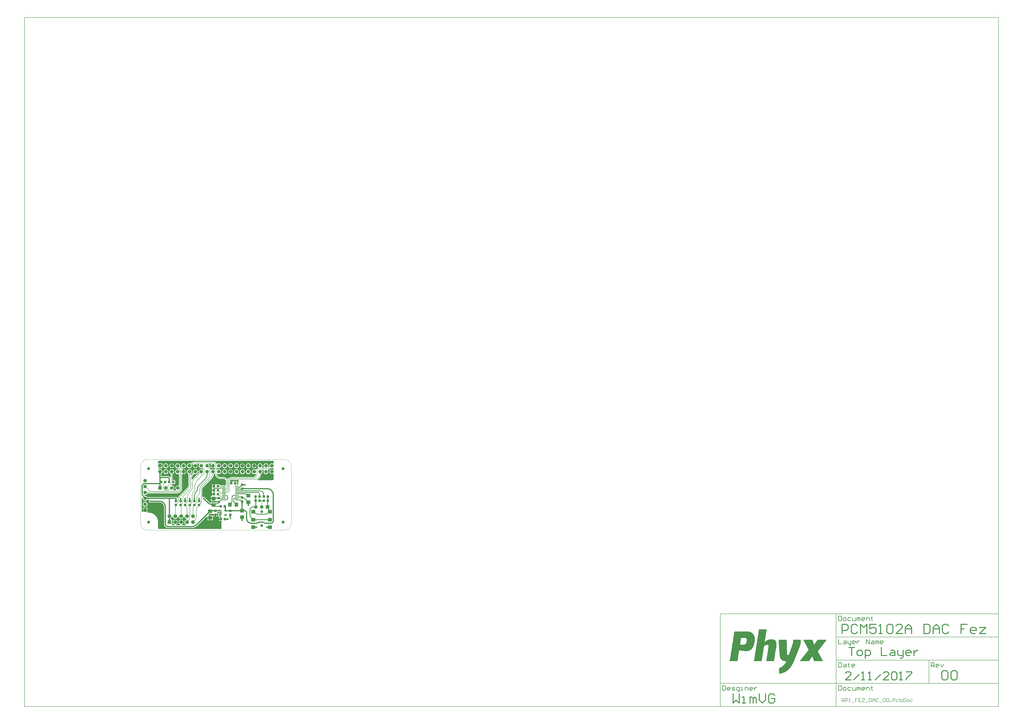
<source format=gtl>
G04 Layer_Physical_Order=1*
G04 Layer_Color=48896*
%FSLAX25Y25*%
%MOIN*%
G70*
G01*
G75*
%ADD10C,0.00787*%
%ADD11C,0.00591*%
%ADD12C,0.01378*%
%ADD13C,0.01968*%
%ADD14R,0.06299X0.07087*%
%ADD15R,0.07087X0.06299*%
%ADD16R,0.03937X0.04331*%
%ADD17R,0.03937X0.02756*%
%ADD18R,0.04331X0.03937*%
%ADD19R,0.06299X0.01378*%
%ADD20R,0.06693X0.05905*%
%ADD21C,0.01575*%
%ADD22C,0.00394*%
%ADD23C,0.00984*%
%ADD24R,0.05905X0.05905*%
%ADD25C,0.05905*%
%ADD26C,0.04724*%
%ADD27R,0.06496X0.06496*%
%ADD28C,0.06496*%
%ADD29R,0.05905X0.05905*%
%ADD30C,0.05118*%
%ADD31C,0.02756*%
G36*
X225081Y117763D02*
X225651Y117383D01*
X226031Y116814D01*
X226152Y116208D01*
X226139Y116142D01*
Y113586D01*
X225038Y112942D01*
X224033Y113358D01*
X222954Y113500D01*
X221874Y113358D01*
X220869Y112942D01*
X220005Y112279D01*
X219343Y111416D01*
X218926Y110410D01*
X218784Y109331D01*
X218926Y108252D01*
X219162Y107683D01*
X218302Y106977D01*
X217509Y106553D01*
X216960Y106956D01*
X216656Y107404D01*
X216643Y107434D01*
X216981Y108252D01*
X217123Y109331D01*
X216981Y110410D01*
X216564Y111416D01*
X215902Y112279D01*
X215038Y112942D01*
X214033Y113358D01*
X212954Y113500D01*
X211875Y113358D01*
X210869Y112942D01*
X210005Y112279D01*
X209343Y111416D01*
X208926Y110410D01*
X208784Y109331D01*
X208926Y108252D01*
X209343Y107246D01*
X209518Y107017D01*
X208936Y105836D01*
X206971D01*
X206389Y107017D01*
X206564Y107246D01*
X206981Y108252D01*
X207123Y109331D01*
X206981Y110410D01*
X206564Y111416D01*
X205902Y112279D01*
X205038Y112942D01*
X204033Y113358D01*
X202954Y113500D01*
X201874Y113358D01*
X200869Y112942D01*
X200005Y112279D01*
X199343Y111416D01*
X198926Y110410D01*
X198784Y109331D01*
X198926Y108252D01*
X199343Y107246D01*
X199638Y106861D01*
X199663Y106647D01*
X199365Y105596D01*
X199268Y105477D01*
X198651Y105222D01*
X198555Y105148D01*
X197685Y104480D01*
X197017Y103610D01*
X196943Y103514D01*
X196751Y103049D01*
X196705Y103007D01*
X195389Y102675D01*
X195384Y102677D01*
X195038Y102942D01*
X194033Y103358D01*
X192954Y103500D01*
X191875Y103358D01*
X190869Y102942D01*
X190005Y102279D01*
X189343Y101416D01*
X188926Y100410D01*
X188784Y99331D01*
X188926Y98252D01*
X189343Y97246D01*
X190005Y96382D01*
X190869Y95720D01*
X191875Y95303D01*
X192954Y95161D01*
X194033Y95303D01*
X195038Y95720D01*
X195083Y95754D01*
X196074Y95280D01*
X196186Y95112D01*
X195853Y94016D01*
X195264Y92913D01*
X194471Y91947D01*
X193504Y91153D01*
X192402Y90564D01*
X191205Y90201D01*
X189993Y90082D01*
X189961Y90088D01*
X154134D01*
Y90093D01*
X152764Y89958D01*
X151447Y89558D01*
X150233Y88909D01*
X149169Y88036D01*
X148358Y87048D01*
X147995Y86992D01*
X147013Y87059D01*
X146164Y88093D01*
X145130Y88942D01*
X143950Y89573D01*
X142670Y89961D01*
X141339Y90092D01*
Y90088D01*
X135827D01*
X135794Y90082D01*
X134582Y90201D01*
X133959Y90390D01*
X133386Y90564D01*
X132283Y91153D01*
X131317Y91947D01*
X130523Y92913D01*
X129934Y94016D01*
X129760Y94589D01*
X129571Y95212D01*
X129569Y95228D01*
X130695Y95853D01*
X130869Y95720D01*
X131874Y95303D01*
X132954Y95161D01*
X134033Y95303D01*
X135038Y95720D01*
X135902Y96382D01*
X136565Y97246D01*
X136981Y98252D01*
X137123Y99331D01*
X136981Y100410D01*
X136565Y101416D01*
X135902Y102279D01*
X135038Y102942D01*
X134033Y103358D01*
X132954Y103500D01*
X131874Y103358D01*
X130869Y102942D01*
X130639Y102765D01*
X129458Y103348D01*
Y105314D01*
X130639Y105896D01*
X130869Y105720D01*
X131874Y105303D01*
X132954Y105161D01*
X134033Y105303D01*
X135038Y105720D01*
X135902Y106382D01*
X136565Y107246D01*
X136981Y108252D01*
X137123Y109331D01*
X136981Y110410D01*
X136565Y111416D01*
X135902Y112279D01*
X135038Y112942D01*
X134033Y113358D01*
X132954Y113500D01*
X131874Y113358D01*
X130869Y112942D01*
X130497Y112656D01*
X130048Y112645D01*
X129746Y112697D01*
X129697Y112711D01*
X129483Y112802D01*
X129161Y112984D01*
X128844Y113750D01*
X128102Y114717D01*
X127136Y115458D01*
X126370Y115775D01*
X126306Y115818D01*
X126231Y115833D01*
X126011Y115924D01*
X124803Y116083D01*
Y116072D01*
X92332D01*
Y116079D01*
X90531Y115937D01*
X88775Y115515D01*
X87106Y114824D01*
X85565Y113880D01*
X84653Y113101D01*
X84033Y113358D01*
X82954Y113500D01*
X81874Y113358D01*
X80869Y112942D01*
X80005Y112279D01*
X79343Y111416D01*
X78926Y110410D01*
X78784Y109331D01*
X78926Y108252D01*
X79343Y107246D01*
X80005Y106382D01*
X80869Y105720D01*
X81874Y105303D01*
X82954Y105161D01*
X84033Y105303D01*
X85038Y105720D01*
X85902Y106382D01*
X86564Y107246D01*
X86981Y108252D01*
X87123Y109331D01*
X86981Y110410D01*
X86756Y110953D01*
X87601Y111647D01*
X88717Y112243D01*
X89501Y111324D01*
X89103Y110363D01*
X89033Y109831D01*
X96875D01*
X96805Y110363D01*
X96406Y111324D01*
X95979Y111881D01*
X96282Y112783D01*
X96506Y113062D01*
X99178D01*
X99699Y111881D01*
X99343Y111416D01*
X98926Y110410D01*
X98784Y109331D01*
X98926Y108252D01*
X99343Y107246D01*
X100005Y106382D01*
X100869Y105720D01*
X101874Y105303D01*
X102954Y105161D01*
X104033Y105303D01*
X104612Y105543D01*
X104841Y105314D01*
X104871Y105294D01*
X105666Y104326D01*
X106008Y103687D01*
X105086Y102905D01*
X105038Y102942D01*
X104033Y103358D01*
X102954Y103500D01*
X101874Y103358D01*
X100869Y102942D01*
X100005Y102279D01*
X99343Y101416D01*
X98926Y100410D01*
X98784Y99331D01*
X98926Y98252D01*
X99166Y97672D01*
X90053Y88560D01*
X90049Y88564D01*
X88876Y87191D01*
X88299Y86249D01*
X88176Y86066D01*
X87014Y86268D01*
X86938Y86290D01*
Y87668D01*
X86925Y87735D01*
X87082Y89329D01*
X87567Y90926D01*
X88353Y92399D01*
X89370Y93637D01*
X89426Y93675D01*
X91295Y95543D01*
X91874Y95303D01*
X92954Y95161D01*
X94033Y95303D01*
X95038Y95720D01*
X95902Y96382D01*
X96565Y97246D01*
X96981Y98252D01*
X97123Y99331D01*
X96981Y100410D01*
X96565Y101416D01*
X95902Y102279D01*
X95038Y102942D01*
X94033Y103358D01*
X92954Y103500D01*
X91874Y103358D01*
X90869Y102942D01*
X90005Y102279D01*
X89343Y101416D01*
X88926Y100410D01*
X88784Y99331D01*
X88926Y98252D01*
X89166Y97672D01*
X87298Y95803D01*
X87293Y95808D01*
X86120Y94435D01*
X85640Y93652D01*
X84459Y93985D01*
Y95480D01*
X85038Y95720D01*
X85902Y96382D01*
X86564Y97246D01*
X86981Y98252D01*
X87123Y99331D01*
X86981Y100410D01*
X86564Y101416D01*
X85902Y102279D01*
X85038Y102942D01*
X84033Y103358D01*
X82954Y103500D01*
X81874Y103358D01*
X80869Y102942D01*
X80005Y102279D01*
X79343Y101416D01*
X78926Y100410D01*
X78784Y99331D01*
X78926Y98252D01*
X79343Y97246D01*
X80005Y96382D01*
X80869Y95720D01*
X81448Y95480D01*
Y77647D01*
X81462Y77580D01*
X81305Y75986D01*
X80820Y74388D01*
X80033Y72916D01*
X79017Y71678D01*
X78960Y71640D01*
X65835Y58515D01*
X65830Y58520D01*
X64659Y57148D01*
X63717Y55611D01*
X63556Y55222D01*
X62278Y55222D01*
X62275Y55228D01*
X61865Y55762D01*
X61330Y56172D01*
X60708Y56430D01*
X60040Y56518D01*
X59372Y56430D01*
X58968Y56263D01*
X11390D01*
X10822Y57003D01*
X9959Y57666D01*
X8953Y58083D01*
X7874Y58225D01*
X6962Y58104D01*
X6252Y58969D01*
X6249Y58975D01*
X6501Y59461D01*
X7043Y59995D01*
X7874Y59886D01*
X8953Y60028D01*
X9959Y60444D01*
X10822Y61107D01*
X11485Y61970D01*
X11683Y62450D01*
X61693D01*
Y62438D01*
X63414Y62607D01*
X65069Y63109D01*
X66594Y63925D01*
X67931Y65022D01*
X69028Y66359D01*
X69843Y67884D01*
X70345Y69539D01*
X70515Y71260D01*
X70503D01*
Y94792D01*
X71684Y95578D01*
X71922Y95480D01*
X72453Y95410D01*
Y99331D01*
Y103252D01*
X72005Y103193D01*
X71725Y103387D01*
X71045Y104097D01*
X71122Y104353D01*
X71675Y105386D01*
X71874Y105303D01*
X72954Y105161D01*
X74033Y105303D01*
X75038Y105720D01*
X75902Y106382D01*
X76565Y107246D01*
X76981Y108252D01*
X77123Y109331D01*
X76981Y110410D01*
X76565Y111416D01*
X75902Y112279D01*
X75038Y112942D01*
X74033Y113358D01*
X72954Y113500D01*
X71874Y113358D01*
X70869Y112942D01*
X70005Y112279D01*
X69343Y111416D01*
X68926Y110410D01*
X68784Y109331D01*
X68926Y108252D01*
X69232Y107513D01*
X68572Y106436D01*
X68112Y106327D01*
X67339D01*
X67274Y106484D01*
X66662Y107483D01*
X66981Y108252D01*
X67123Y109331D01*
X66981Y110410D01*
X66565Y111416D01*
X65902Y112279D01*
X65038Y112942D01*
X64033Y113358D01*
X62954Y113500D01*
X61874Y113358D01*
X60869Y112942D01*
X60005Y112279D01*
X59343Y111416D01*
X58926Y110410D01*
X58784Y109331D01*
X58926Y108252D01*
X59343Y107246D01*
X60005Y106382D01*
X60869Y105720D01*
X61874Y105303D01*
X62954Y105161D01*
X64033Y105303D01*
X64055Y105313D01*
X64728Y104356D01*
X64730Y104348D01*
X64407Y103888D01*
X63786Y103391D01*
X62954Y103500D01*
X61874Y103358D01*
X60869Y102942D01*
X60005Y102279D01*
X59343Y101416D01*
X58926Y100410D01*
X58784Y99331D01*
X58926Y98252D01*
X59343Y97246D01*
X60005Y96382D01*
X60869Y95720D01*
X61874Y95303D01*
X62954Y95161D01*
X64033Y95303D01*
X64142Y95349D01*
X65324Y94560D01*
Y76347D01*
X64142Y75558D01*
X63985Y75623D01*
X63454Y75693D01*
Y71772D01*
X62954D01*
Y71272D01*
X59032D01*
X59102Y70740D01*
X59501Y69778D01*
X60134Y68953D01*
X60679Y68535D01*
X60346Y67354D01*
X55927D01*
X55526Y68535D01*
X55902Y68823D01*
X56564Y69687D01*
X56981Y70692D01*
X57123Y71772D01*
X56981Y72851D01*
X56564Y73856D01*
X55902Y74720D01*
X55038Y75383D01*
X54033Y75799D01*
X53614Y75854D01*
X53191Y77101D01*
X54633Y78544D01*
X58859D01*
Y84843D01*
X55448D01*
X54559Y85527D01*
Y95521D01*
X55038Y95720D01*
X55902Y96382D01*
X56564Y97246D01*
X56981Y98252D01*
X57123Y99331D01*
X56981Y100410D01*
X56564Y101416D01*
X55902Y102279D01*
X55038Y102942D01*
X54033Y103358D01*
X52953Y103500D01*
X51874Y103358D01*
X50869Y102942D01*
X50005Y102279D01*
X49343Y101416D01*
X48926Y100410D01*
X48784Y99331D01*
X48926Y98252D01*
X49343Y97246D01*
X50005Y96382D01*
X50869Y95720D01*
X51348Y95521D01*
Y90020D01*
X50167Y89677D01*
X49630Y90377D01*
X48643Y91135D01*
X47493Y91611D01*
X46284Y91770D01*
X46260Y91775D01*
X35161D01*
Y95814D01*
X35902Y96382D01*
X36564Y97246D01*
X36981Y98252D01*
X37123Y99331D01*
X36981Y100410D01*
X36564Y101416D01*
X35902Y102279D01*
X35038Y102942D01*
X34033Y103358D01*
X32954Y103500D01*
X31874Y103358D01*
X31230Y103091D01*
X30246Y103649D01*
X30101Y103814D01*
X30059Y104213D01*
X30939Y105197D01*
X37087D01*
Y113465D01*
X29767D01*
Y116142D01*
X29754Y116208D01*
X29874Y116814D01*
X30255Y117383D01*
X30824Y117763D01*
X31430Y117884D01*
X31496Y117871D01*
X224410D01*
X224475Y117884D01*
X225081Y117763D01*
D02*
G37*
G36*
X225699Y105333D02*
X226132Y104331D01*
X225906Y103243D01*
X224958Y102775D01*
X224947Y102783D01*
X223986Y103182D01*
X223454Y103252D01*
Y99331D01*
Y95410D01*
X223986Y95480D01*
X224947Y95878D01*
X224958Y95886D01*
X226139Y95304D01*
Y87677D01*
X226149Y87627D01*
X226059Y86950D01*
X225779Y86273D01*
X225332Y85691D01*
X224751Y85245D01*
X224073Y84964D01*
X223471Y84885D01*
X199159D01*
X198863Y86066D01*
X199941Y86642D01*
X200126Y86741D01*
X201609Y87958D01*
X202827Y89442D01*
X202926Y89627D01*
X203732Y91135D01*
X204289Y92972D01*
X204477Y94882D01*
X205132Y95792D01*
X205902Y96382D01*
X206564Y97246D01*
X206981Y98252D01*
X207123Y99331D01*
X206981Y100410D01*
X206564Y101416D01*
X206389Y101644D01*
X206971Y102825D01*
X208936D01*
X209518Y101644D01*
X209343Y101416D01*
X208926Y100410D01*
X208784Y99331D01*
X208926Y98252D01*
X209343Y97246D01*
X210005Y96382D01*
X210869Y95720D01*
X211875Y95303D01*
X212954Y95161D01*
X214033Y95303D01*
X215038Y95720D01*
X215902Y96382D01*
X216564Y97246D01*
X216981Y98252D01*
X217123Y99331D01*
X216981Y100410D01*
X216564Y101416D01*
X216274Y101795D01*
X216335Y102278D01*
X216698Y103077D01*
X216700Y103080D01*
X218274Y103557D01*
X219978Y104468D01*
X221291Y105545D01*
X221874Y105303D01*
X222954Y105161D01*
X224033Y105303D01*
X225038Y105720D01*
X225699Y105333D01*
D02*
G37*
G36*
X119625Y112783D02*
X119928Y111881D01*
X119501Y111324D01*
X119103Y110363D01*
X119033Y109831D01*
X122954D01*
Y109331D01*
X123454D01*
Y105410D01*
X123986Y105480D01*
X124947Y105878D01*
X125266Y106123D01*
X126447Y105541D01*
Y103349D01*
X125266Y102767D01*
X125038Y102942D01*
X124033Y103358D01*
X122954Y103500D01*
X121874Y103358D01*
X120869Y102942D01*
X120599Y102735D01*
X120482Y102720D01*
X119263Y103175D01*
X118865Y104487D01*
X117929Y106237D01*
X116744Y107680D01*
X116981Y108252D01*
X117123Y109331D01*
X116981Y110410D01*
X116565Y111416D01*
X116208Y111881D01*
X116729Y113062D01*
X119401D01*
X119625Y112783D01*
D02*
G37*
G36*
X126537Y95381D02*
X126612Y94624D01*
X126868Y93780D01*
X126911Y93563D01*
X126952Y93502D01*
X127146Y92861D01*
X128015Y91237D01*
X129183Y89813D01*
X130607Y88644D01*
X132231Y87776D01*
X132872Y87582D01*
X132933Y87541D01*
X133150Y87498D01*
X133994Y87242D01*
X135827Y87061D01*
Y87077D01*
X141339D01*
X141374Y87084D01*
X142328Y86959D01*
X143249Y86577D01*
X144041Y85970D01*
X144648Y85178D01*
X145030Y84257D01*
X145155Y83303D01*
X145148Y83268D01*
Y76378D01*
X137205D01*
Y76013D01*
X134645D01*
Y77952D01*
X128877D01*
X127952Y77952D01*
X126846Y77771D01*
X125106D01*
Y74803D01*
X124606D01*
Y74303D01*
X121441D01*
Y72063D01*
X121441Y71834D01*
X121441Y70653D01*
Y68413D01*
X124606D01*
Y67413D01*
X121441D01*
Y65173D01*
X121441Y64945D01*
X121441Y63768D01*
Y61524D01*
X124607D01*
Y60524D01*
X121441D01*
Y59071D01*
X121441Y58055D01*
X120329Y57890D01*
X119473D01*
Y54240D01*
X124016D01*
Y53740D01*
X124516D01*
Y49591D01*
X128559D01*
Y49591D01*
X129725Y49553D01*
Y47522D01*
X128740Y47047D01*
X119291D01*
X119291Y47047D01*
X118110Y46666D01*
X117576Y46888D01*
X116991Y47336D01*
X116960Y47383D01*
X109782Y54562D01*
X109776Y54606D01*
X109518Y55229D01*
X109108Y55764D01*
X108573Y56174D01*
X107951Y56432D01*
X107282Y56520D01*
X106614Y56432D01*
X105992Y56174D01*
X104852Y56788D01*
Y67864D01*
X104838Y67931D01*
X104995Y69525D01*
X105480Y71122D01*
X106267Y72595D01*
X107283Y73833D01*
X107340Y73871D01*
X121428Y87959D01*
X121443Y87945D01*
X121447Y87949D01*
X122733Y89516D01*
X123691Y91308D01*
X124281Y93253D01*
X124473Y95202D01*
X125444Y95855D01*
X126537Y95381D01*
D02*
G37*
G36*
X153543Y85109D02*
X166291D01*
X166356Y85027D01*
X166722Y83928D01*
X166586Y83792D01*
X166261Y83304D01*
X166036Y82763D01*
X165922Y82188D01*
X165909Y81922D01*
X165902Y81890D01*
Y80512D01*
X165908Y80487D01*
Y77203D01*
X164173D01*
Y82874D01*
X157480D01*
Y82874D01*
X157299Y82693D01*
X154633D01*
Y79724D01*
X153633D01*
Y82693D01*
X152728D01*
X152131Y83874D01*
X152200Y84218D01*
X152515Y84690D01*
X152987Y85005D01*
X153526Y85112D01*
X153543Y85109D01*
D02*
G37*
G36*
X74582Y22545D02*
X75029Y21467D01*
X75739Y20542D01*
X76664Y19832D01*
X77741Y19386D01*
X78419Y19296D01*
Y18105D01*
X77741Y18016D01*
X76664Y17570D01*
X75739Y16860D01*
X75029Y15935D01*
X74582Y14857D01*
X74430Y13701D01*
X74582Y12544D01*
X75029Y11467D01*
X75739Y10542D01*
X76664Y9832D01*
X77011Y9688D01*
X76776Y8507D01*
X70546D01*
X70311Y9688D01*
X71040Y9990D01*
X71927Y10671D01*
X72608Y11558D01*
X73036Y12592D01*
X73116Y13201D01*
X64679D01*
X64759Y12592D01*
X65187Y11558D01*
X65868Y10671D01*
X66755Y9990D01*
X67484Y9688D01*
X67250Y8507D01*
X60546D01*
X60311Y9688D01*
X61040Y9990D01*
X61927Y10671D01*
X62608Y11558D01*
X63036Y12592D01*
X63117Y13201D01*
X54679D01*
X54759Y12592D01*
X55187Y11558D01*
X55868Y10671D01*
X56755Y9990D01*
X57485Y9688D01*
X57250Y8507D01*
X54191D01*
X53327Y9272D01*
Y18130D01*
X51105D01*
Y19821D01*
X51131Y19832D01*
X52056Y20542D01*
X52767Y21467D01*
X53213Y22545D01*
X53302Y23222D01*
X54493D01*
X54583Y22545D01*
X55029Y21467D01*
X55739Y20542D01*
X56664Y19832D01*
X57741Y19386D01*
X58898Y19233D01*
X60054Y19386D01*
X61131Y19832D01*
X62056Y20542D01*
X62766Y21467D01*
X63213Y22545D01*
X63302Y23222D01*
X64493D01*
X64583Y22545D01*
X65029Y21467D01*
X65739Y20542D01*
X66664Y19832D01*
X67741Y19386D01*
X68898Y19233D01*
X70054Y19386D01*
X71131Y19832D01*
X72057Y20542D01*
X72767Y21467D01*
X73213Y22545D01*
X73302Y23222D01*
X74493D01*
X74582Y22545D01*
D02*
G37*
G36*
X3753Y54426D02*
X3704Y54055D01*
X3847Y52976D01*
X4263Y51970D01*
X4926Y51107D01*
X5789Y50444D01*
X6795Y50028D01*
X7874Y49886D01*
X8953Y50028D01*
X9959Y50444D01*
X10822Y51107D01*
X11390Y51847D01*
X14311D01*
X14333Y51825D01*
X14819Y50666D01*
X14694Y50503D01*
X14436Y49881D01*
X14348Y49213D01*
X14436Y48544D01*
X14694Y47922D01*
X15104Y47387D01*
X15639Y46977D01*
X16261Y46719D01*
X16929Y46632D01*
X17597Y46719D01*
X18220Y46977D01*
X18256Y47005D01*
X32126D01*
X32227Y47025D01*
X33652Y46885D01*
X35120Y46439D01*
X36472Y45717D01*
X37657Y44744D01*
X38630Y43558D01*
X39353Y42206D01*
X39798Y40739D01*
X39938Y39314D01*
X39918Y39213D01*
Y10630D01*
X39940Y10520D01*
X40055Y9357D01*
X40426Y8132D01*
X41029Y7003D01*
X41841Y6014D01*
X42830Y5203D01*
X43959Y4599D01*
X45183Y4228D01*
X46347Y4113D01*
X46457Y4091D01*
X87984D01*
X88024Y4099D01*
X89893Y4247D01*
X91755Y4693D01*
X93524Y5426D01*
X95157Y6427D01*
X96582Y7644D01*
X96616Y7667D01*
X112476Y23527D01*
X113567Y23075D01*
Y21563D01*
X117610D01*
Y25213D01*
X115705D01*
X115253Y26304D01*
X116705Y27756D01*
X122819D01*
X122835Y27756D01*
X124000Y27717D01*
Y26681D01*
X129937D01*
Y28422D01*
X130118Y29528D01*
Y30225D01*
X130709Y30816D01*
X131890Y30709D01*
Y30709D01*
X132071D01*
Y30028D01*
X135039D01*
Y29028D01*
X132071D01*
Y28346D01*
X131890D01*
Y23228D01*
X137364D01*
Y21670D01*
X136918D01*
Y18701D01*
Y15733D01*
X137364D01*
Y2208D01*
X31496D01*
X31430Y2195D01*
X30824Y2315D01*
X30255Y2696D01*
X29874Y3265D01*
X29754Y3871D01*
X29767Y3937D01*
Y13780D01*
X29767Y13780D01*
X29774D01*
X29577Y16282D01*
X28991Y18722D01*
X28030Y21041D01*
X26719Y23181D01*
X25089Y25089D01*
X23181Y26719D01*
X21041Y28030D01*
X18722Y28991D01*
X16282Y29577D01*
X13780Y29774D01*
Y29774D01*
X12628Y29844D01*
X11827Y30102D01*
X11827Y30948D01*
Y33555D01*
X7874D01*
X3921D01*
Y31618D01*
X2740Y30964D01*
X2223Y31288D01*
X2195Y31430D01*
X2208Y31496D01*
Y54202D01*
X3389Y54742D01*
X3753Y54426D01*
D02*
G37*
G36*
X1165172Y-186079D02*
X1164886D01*
Y-186365D01*
X1164599D01*
Y-186652D01*
Y-186938D01*
X1164313D01*
Y-187224D01*
X1164027D01*
Y-187511D01*
X1163740D01*
Y-187797D01*
Y-188083D01*
X1163454D01*
Y-188370D01*
X1163168D01*
Y-188656D01*
X1162881D01*
Y-188942D01*
X1162595D01*
Y-189229D01*
Y-189515D01*
X1162309D01*
Y-189801D01*
X1162022D01*
Y-190088D01*
X1161736D01*
Y-190374D01*
Y-190660D01*
X1161450D01*
Y-190946D01*
X1161163D01*
Y-191233D01*
X1160877D01*
Y-191519D01*
X1160591D01*
Y-191806D01*
Y-192092D01*
X1160305D01*
Y-192378D01*
X1160018D01*
Y-192664D01*
X1159732D01*
Y-192951D01*
Y-193237D01*
X1159445D01*
Y-193523D01*
X1159159D01*
Y-193810D01*
X1158873D01*
Y-194096D01*
Y-194382D01*
X1158587D01*
Y-194669D01*
X1158300D01*
Y-194955D01*
X1158014D01*
Y-195241D01*
X1157728D01*
Y-195528D01*
Y-195814D01*
X1157441D01*
Y-196100D01*
X1157155D01*
Y-196387D01*
X1156869D01*
Y-196673D01*
Y-196959D01*
X1156582D01*
Y-197245D01*
X1156296D01*
Y-197532D01*
X1156010D01*
Y-197818D01*
Y-198104D01*
X1155723D01*
Y-198391D01*
X1155437D01*
Y-198677D01*
X1155151D01*
Y-198963D01*
X1154865D01*
Y-199250D01*
Y-199536D01*
X1154578D01*
Y-199822D01*
X1154292D01*
Y-200109D01*
X1154006D01*
Y-200395D01*
Y-200681D01*
X1153719D01*
Y-200968D01*
X1153433D01*
Y-201254D01*
X1153147D01*
Y-201540D01*
Y-201826D01*
X1152860D01*
Y-202113D01*
X1152574D01*
Y-202399D01*
X1152288D01*
Y-202685D01*
X1152001D01*
Y-202972D01*
Y-203258D01*
X1151715D01*
Y-203544D01*
X1151429D01*
Y-203831D01*
X1151142D01*
Y-204117D01*
Y-204403D01*
X1150856D01*
Y-204690D01*
X1150570D01*
Y-204976D01*
X1150284D01*
Y-205262D01*
X1149997D01*
Y-205549D01*
Y-205835D01*
X1150284D01*
Y-206121D01*
Y-206407D01*
X1150570D01*
Y-206694D01*
Y-206980D01*
X1150856D01*
Y-207266D01*
X1151142D01*
Y-207553D01*
Y-207839D01*
X1151429D01*
Y-208125D01*
Y-208412D01*
X1151715D01*
Y-208698D01*
Y-208984D01*
X1152001D01*
Y-209271D01*
Y-209557D01*
X1152288D01*
Y-209843D01*
Y-210129D01*
X1152574D01*
Y-210416D01*
Y-210702D01*
X1152860D01*
Y-210988D01*
Y-211275D01*
X1153147D01*
Y-211561D01*
Y-211847D01*
X1153433D01*
Y-212134D01*
X1153719D01*
Y-212420D01*
Y-212706D01*
X1154006D01*
Y-212993D01*
Y-213279D01*
X1154292D01*
Y-213565D01*
Y-213851D01*
X1154578D01*
Y-214138D01*
Y-214424D01*
X1154865D01*
Y-214710D01*
Y-214997D01*
X1155151D01*
Y-215283D01*
Y-215569D01*
X1155437D01*
Y-215856D01*
Y-216142D01*
X1155723D01*
Y-216428D01*
X1156010D01*
Y-216715D01*
Y-217001D01*
X1156296D01*
Y-217287D01*
Y-217574D01*
X1156582D01*
Y-217860D01*
Y-218146D01*
X1156869D01*
Y-218433D01*
Y-218719D01*
X1157155D01*
Y-219005D01*
Y-219291D01*
X1157441D01*
Y-219578D01*
Y-219864D01*
X1157728D01*
Y-220150D01*
Y-220437D01*
X1158014D01*
Y-220723D01*
X1158300D01*
Y-221009D01*
Y-221296D01*
X1158587D01*
Y-221582D01*
Y-221868D01*
X1158873D01*
Y-222155D01*
X1143698D01*
Y-221868D01*
X1143412D01*
Y-221582D01*
Y-221296D01*
Y-221009D01*
X1143126D01*
Y-220723D01*
Y-220437D01*
Y-220150D01*
X1142839D01*
Y-219864D01*
Y-219578D01*
X1142553D01*
Y-219291D01*
Y-219005D01*
Y-218719D01*
X1142267D01*
Y-218433D01*
Y-218146D01*
Y-217860D01*
X1141980D01*
Y-217574D01*
Y-217287D01*
X1141694D01*
Y-217001D01*
Y-216715D01*
Y-216428D01*
X1141408D01*
Y-216142D01*
Y-215856D01*
Y-215569D01*
X1141121D01*
Y-215283D01*
Y-214997D01*
Y-214710D01*
X1140835D01*
Y-214424D01*
X1140263D01*
Y-214710D01*
Y-214997D01*
X1139976D01*
Y-215283D01*
X1139690D01*
Y-215569D01*
Y-215856D01*
X1139404D01*
Y-216142D01*
X1139117D01*
Y-216428D01*
Y-216715D01*
X1138831D01*
Y-217001D01*
X1138545D01*
Y-217287D01*
Y-217574D01*
X1138258D01*
Y-217860D01*
X1137972D01*
Y-218146D01*
X1137686D01*
Y-218433D01*
Y-218719D01*
X1137399D01*
Y-219005D01*
X1137113D01*
Y-219291D01*
Y-219578D01*
X1136827D01*
Y-219864D01*
X1136541D01*
Y-220150D01*
Y-220437D01*
X1136254D01*
Y-220723D01*
X1135968D01*
Y-221009D01*
Y-221296D01*
X1135682D01*
Y-221582D01*
X1135395D01*
Y-221868D01*
Y-222155D01*
X1119362D01*
Y-221868D01*
X1119648D01*
Y-221582D01*
X1119934D01*
Y-221296D01*
X1120221D01*
Y-221009D01*
X1120507D01*
Y-220723D01*
Y-220437D01*
X1120793D01*
Y-220150D01*
X1121080D01*
Y-219864D01*
X1121366D01*
Y-219578D01*
X1121652D01*
Y-219291D01*
Y-219005D01*
X1121939D01*
Y-218719D01*
X1122225D01*
Y-218433D01*
X1122511D01*
Y-218146D01*
Y-217860D01*
X1122797D01*
Y-217574D01*
X1123084D01*
Y-217287D01*
X1123370D01*
Y-217001D01*
X1123656D01*
Y-216715D01*
Y-216428D01*
X1123943D01*
Y-216142D01*
X1124229D01*
Y-215856D01*
X1124515D01*
Y-215569D01*
X1124802D01*
Y-215283D01*
Y-214997D01*
X1125088D01*
Y-214710D01*
X1125374D01*
Y-214424D01*
X1125661D01*
Y-214138D01*
Y-213851D01*
X1125947D01*
Y-213565D01*
X1126233D01*
Y-213279D01*
X1126519D01*
Y-212993D01*
X1126806D01*
Y-212706D01*
Y-212420D01*
X1127092D01*
Y-212134D01*
X1127378D01*
Y-211847D01*
X1127665D01*
Y-211561D01*
Y-211275D01*
X1127951D01*
Y-210988D01*
X1128237D01*
Y-210702D01*
X1128524D01*
Y-210416D01*
X1128810D01*
Y-210129D01*
Y-209843D01*
X1129096D01*
Y-209557D01*
X1129383D01*
Y-209271D01*
X1129669D01*
Y-208984D01*
Y-208698D01*
X1129955D01*
Y-208412D01*
X1130242D01*
Y-208125D01*
X1130528D01*
Y-207839D01*
X1130814D01*
Y-207553D01*
Y-207266D01*
X1131100D01*
Y-206980D01*
X1131387D01*
Y-206694D01*
X1131673D01*
Y-206407D01*
X1131960D01*
Y-206121D01*
Y-205835D01*
X1132246D01*
Y-205549D01*
X1132532D01*
Y-205262D01*
X1132818D01*
Y-204976D01*
Y-204690D01*
X1133105D01*
Y-204403D01*
X1133391D01*
Y-204117D01*
X1133677D01*
Y-203831D01*
X1133964D01*
Y-203544D01*
Y-203258D01*
X1134250D01*
Y-202972D01*
Y-202685D01*
Y-202399D01*
X1133964D01*
Y-202113D01*
X1133677D01*
Y-201826D01*
Y-201540D01*
X1133391D01*
Y-201254D01*
Y-200968D01*
X1133105D01*
Y-200681D01*
Y-200395D01*
X1132818D01*
Y-200109D01*
Y-199822D01*
X1132532D01*
Y-199536D01*
Y-199250D01*
X1132246D01*
Y-198963D01*
Y-198677D01*
X1131960D01*
Y-198391D01*
X1131673D01*
Y-198104D01*
Y-197818D01*
X1131387D01*
Y-197532D01*
Y-197245D01*
X1131100D01*
Y-196959D01*
Y-196673D01*
X1130814D01*
Y-196387D01*
Y-196100D01*
X1130528D01*
Y-195814D01*
Y-195528D01*
X1130242D01*
Y-195241D01*
Y-194955D01*
X1129955D01*
Y-194669D01*
X1129669D01*
Y-194382D01*
Y-194096D01*
X1129383D01*
Y-193810D01*
Y-193523D01*
X1129096D01*
Y-193237D01*
Y-192951D01*
X1128810D01*
Y-192664D01*
Y-192378D01*
X1128524D01*
Y-192092D01*
Y-191806D01*
X1128237D01*
Y-191519D01*
Y-191233D01*
X1127951D01*
Y-190946D01*
Y-190660D01*
X1127665D01*
Y-190374D01*
X1127378D01*
Y-190088D01*
Y-189801D01*
X1127092D01*
Y-189515D01*
Y-189229D01*
X1126806D01*
Y-188942D01*
Y-188656D01*
X1126519D01*
Y-188370D01*
Y-188083D01*
X1126233D01*
Y-187797D01*
Y-187511D01*
X1125947D01*
Y-187224D01*
Y-186938D01*
X1125661D01*
Y-186652D01*
X1125374D01*
Y-186365D01*
Y-186079D01*
X1125088D01*
Y-185793D01*
X1140835D01*
Y-186079D01*
X1141121D01*
Y-186365D01*
Y-186652D01*
Y-186938D01*
X1141408D01*
Y-187224D01*
Y-187511D01*
Y-187797D01*
X1141694D01*
Y-188083D01*
Y-188370D01*
Y-188656D01*
X1141980D01*
Y-188942D01*
Y-189229D01*
Y-189515D01*
X1142267D01*
Y-189801D01*
Y-190088D01*
Y-190374D01*
X1142553D01*
Y-190660D01*
Y-190946D01*
Y-191233D01*
X1142839D01*
Y-191519D01*
Y-191806D01*
Y-192092D01*
X1143126D01*
Y-192378D01*
Y-192664D01*
Y-192951D01*
X1143412D01*
Y-193237D01*
Y-193523D01*
Y-193810D01*
Y-194096D01*
X1143985D01*
Y-193810D01*
X1144271D01*
Y-193523D01*
X1144557D01*
Y-193237D01*
Y-192951D01*
X1144844D01*
Y-192664D01*
X1145130D01*
Y-192378D01*
Y-192092D01*
X1145416D01*
Y-191806D01*
X1145702D01*
Y-191519D01*
Y-191233D01*
X1145989D01*
Y-190946D01*
X1146275D01*
Y-190660D01*
Y-190374D01*
X1146561D01*
Y-190088D01*
X1146848D01*
Y-189801D01*
Y-189515D01*
X1147134D01*
Y-189229D01*
X1147420D01*
Y-188942D01*
Y-188656D01*
X1147707D01*
Y-188370D01*
X1147993D01*
Y-188083D01*
Y-187797D01*
X1148279D01*
Y-187511D01*
X1148566D01*
Y-187224D01*
Y-186938D01*
X1148852D01*
Y-186652D01*
X1149138D01*
Y-186365D01*
Y-186079D01*
X1149425D01*
Y-185793D01*
X1165172D01*
Y-186079D01*
D02*
G37*
G36*
X1032036Y-172050D02*
X1033754D01*
Y-172336D01*
X1034613D01*
Y-172623D01*
X1035472D01*
Y-172909D01*
X1036331D01*
Y-173195D01*
X1036904D01*
Y-173481D01*
X1037190D01*
Y-173768D01*
X1037763D01*
Y-174054D01*
X1038049D01*
Y-174340D01*
X1038622D01*
Y-174627D01*
X1038908D01*
Y-174913D01*
X1039194D01*
Y-175199D01*
X1039480D01*
Y-175486D01*
X1039767D01*
Y-175772D01*
X1040053D01*
Y-176058D01*
X1040339D01*
Y-176345D01*
Y-176631D01*
X1040626D01*
Y-176917D01*
X1040912D01*
Y-177204D01*
Y-177490D01*
X1041198D01*
Y-177776D01*
X1041485D01*
Y-178062D01*
Y-178349D01*
X1041771D01*
Y-178635D01*
Y-178921D01*
Y-179208D01*
X1042057D01*
Y-179494D01*
Y-179780D01*
Y-180067D01*
X1042344D01*
Y-180353D01*
Y-180639D01*
Y-180926D01*
Y-181212D01*
X1042630D01*
Y-181498D01*
Y-181784D01*
Y-182071D01*
Y-182357D01*
Y-182643D01*
X1042916D01*
Y-182930D01*
Y-183216D01*
Y-183502D01*
Y-183789D01*
Y-184075D01*
Y-184361D01*
Y-184648D01*
Y-184934D01*
Y-185220D01*
Y-185507D01*
Y-185793D01*
Y-186079D01*
Y-186365D01*
Y-186652D01*
Y-186938D01*
Y-187224D01*
Y-187511D01*
Y-187797D01*
Y-188083D01*
Y-188370D01*
X1042630D01*
Y-188656D01*
Y-188942D01*
Y-189229D01*
Y-189515D01*
Y-189801D01*
Y-190088D01*
Y-190374D01*
X1042344D01*
Y-190660D01*
Y-190946D01*
Y-191233D01*
Y-191519D01*
Y-191806D01*
X1042057D01*
Y-192092D01*
Y-192378D01*
Y-192664D01*
Y-192951D01*
Y-193237D01*
X1041771D01*
Y-193523D01*
Y-193810D01*
Y-194096D01*
X1041485D01*
Y-194382D01*
Y-194669D01*
Y-194955D01*
Y-195241D01*
X1041198D01*
Y-195528D01*
Y-195814D01*
Y-196100D01*
X1040912D01*
Y-196387D01*
Y-196673D01*
X1040626D01*
Y-196959D01*
Y-197245D01*
Y-197532D01*
X1040339D01*
Y-197818D01*
Y-198104D01*
X1040053D01*
Y-198391D01*
Y-198677D01*
X1039767D01*
Y-198963D01*
Y-199250D01*
X1039480D01*
Y-199536D01*
X1039194D01*
Y-199822D01*
Y-200109D01*
X1038908D01*
Y-200395D01*
X1038622D01*
Y-200681D01*
X1038335D01*
Y-200968D01*
Y-201254D01*
X1038049D01*
Y-201540D01*
X1037763D01*
Y-201826D01*
X1037476D01*
Y-202113D01*
X1037190D01*
Y-202399D01*
X1036904D01*
Y-202685D01*
X1036331D01*
Y-202972D01*
X1036045D01*
Y-203258D01*
X1035472D01*
Y-203544D01*
X1035186D01*
Y-203831D01*
X1034613D01*
Y-204117D01*
X1033754D01*
Y-204403D01*
X1032895D01*
Y-204690D01*
X1032036D01*
Y-204976D01*
X1030318D01*
Y-205262D01*
X1025165D01*
Y-204976D01*
X1022588D01*
Y-204690D01*
X1020584D01*
Y-204403D01*
X1019152D01*
Y-204117D01*
X1017721D01*
Y-203831D01*
X1016289D01*
Y-204117D01*
Y-204403D01*
Y-204690D01*
Y-204976D01*
Y-205262D01*
Y-205549D01*
Y-205835D01*
X1016003D01*
Y-206121D01*
Y-206407D01*
Y-206694D01*
Y-206980D01*
Y-207266D01*
Y-207553D01*
X1015716D01*
Y-207839D01*
Y-208125D01*
Y-208412D01*
Y-208698D01*
Y-208984D01*
Y-209271D01*
X1015430D01*
Y-209557D01*
Y-209843D01*
Y-210129D01*
Y-210416D01*
Y-210702D01*
Y-210988D01*
Y-211275D01*
X1015144D01*
Y-211561D01*
Y-211847D01*
Y-212134D01*
Y-212420D01*
Y-212706D01*
Y-212993D01*
X1014857D01*
Y-213279D01*
Y-213565D01*
Y-213851D01*
Y-214138D01*
Y-214424D01*
Y-214710D01*
X1014571D01*
Y-214997D01*
Y-215283D01*
Y-215569D01*
Y-215856D01*
Y-216142D01*
Y-216428D01*
Y-216715D01*
X1014285D01*
Y-217001D01*
Y-217287D01*
Y-217574D01*
Y-217860D01*
Y-218146D01*
Y-218433D01*
X1013999D01*
Y-218719D01*
Y-219005D01*
Y-219291D01*
Y-219578D01*
Y-219864D01*
Y-220150D01*
X1013712D01*
Y-220437D01*
Y-220723D01*
Y-221009D01*
Y-221296D01*
Y-221582D01*
Y-221868D01*
Y-222155D01*
X1000256D01*
Y-221868D01*
X1000542D01*
Y-221582D01*
Y-221296D01*
Y-221009D01*
Y-220723D01*
Y-220437D01*
X1000828D01*
Y-220150D01*
Y-219864D01*
Y-219578D01*
Y-219291D01*
Y-219005D01*
Y-218719D01*
Y-218433D01*
X1001114D01*
Y-218146D01*
Y-217860D01*
Y-217574D01*
Y-217287D01*
Y-217001D01*
Y-216715D01*
X1001401D01*
Y-216428D01*
Y-216142D01*
Y-215856D01*
Y-215569D01*
Y-215283D01*
Y-214997D01*
X1001687D01*
Y-214710D01*
Y-214424D01*
Y-214138D01*
Y-213851D01*
Y-213565D01*
Y-213279D01*
Y-212993D01*
X1001974D01*
Y-212706D01*
Y-212420D01*
Y-212134D01*
Y-211847D01*
Y-211561D01*
Y-211275D01*
X1002260D01*
Y-210988D01*
Y-210702D01*
Y-210416D01*
Y-210129D01*
Y-209843D01*
Y-209557D01*
X1002546D01*
Y-209271D01*
Y-208984D01*
Y-208698D01*
Y-208412D01*
Y-208125D01*
Y-207839D01*
X1002832D01*
Y-207553D01*
Y-207266D01*
Y-206980D01*
Y-206694D01*
Y-206407D01*
Y-206121D01*
Y-205835D01*
X1003119D01*
Y-205549D01*
Y-205262D01*
Y-204976D01*
Y-204690D01*
Y-204403D01*
Y-204117D01*
X1003405D01*
Y-203831D01*
Y-203544D01*
Y-203258D01*
Y-202972D01*
Y-202685D01*
Y-202399D01*
X1003691D01*
Y-202113D01*
Y-201826D01*
Y-201540D01*
Y-201254D01*
Y-200968D01*
Y-200681D01*
X1003978D01*
Y-200395D01*
Y-200109D01*
Y-199822D01*
Y-199536D01*
Y-199250D01*
Y-198963D01*
Y-198677D01*
X1004264D01*
Y-198391D01*
Y-198104D01*
Y-197818D01*
Y-197532D01*
Y-197245D01*
Y-196959D01*
X1004550D01*
Y-196673D01*
Y-196387D01*
Y-196100D01*
Y-195814D01*
Y-195528D01*
Y-195241D01*
X1004837D01*
Y-194955D01*
Y-194669D01*
Y-194382D01*
Y-194096D01*
Y-193810D01*
Y-193523D01*
Y-193237D01*
X1005123D01*
Y-192951D01*
Y-192664D01*
Y-192378D01*
Y-192092D01*
Y-191806D01*
Y-191519D01*
X1005409D01*
Y-191233D01*
Y-190946D01*
Y-190660D01*
Y-190374D01*
Y-190088D01*
Y-189801D01*
X1005696D01*
Y-189515D01*
Y-189229D01*
Y-188942D01*
Y-188656D01*
Y-188370D01*
Y-188083D01*
X1005982D01*
Y-187797D01*
Y-187511D01*
Y-187224D01*
Y-186938D01*
Y-186652D01*
Y-186365D01*
Y-186079D01*
X1006268D01*
Y-185793D01*
Y-185507D01*
Y-185220D01*
Y-184934D01*
Y-184648D01*
Y-184361D01*
X1006555D01*
Y-184075D01*
Y-183789D01*
Y-183502D01*
Y-183216D01*
Y-182930D01*
Y-182643D01*
X1006841D01*
Y-182357D01*
Y-182071D01*
Y-181784D01*
Y-181498D01*
Y-181212D01*
Y-180926D01*
Y-180639D01*
X1007127D01*
Y-180353D01*
Y-180067D01*
Y-179780D01*
Y-179494D01*
Y-179208D01*
Y-178921D01*
X1007413D01*
Y-178635D01*
Y-178349D01*
Y-178062D01*
Y-177776D01*
Y-177490D01*
Y-177204D01*
X1007700D01*
Y-176917D01*
Y-176631D01*
Y-176345D01*
Y-176058D01*
Y-175772D01*
Y-175486D01*
Y-175199D01*
X1007986D01*
Y-174913D01*
Y-174627D01*
Y-174340D01*
Y-174054D01*
Y-173768D01*
Y-173481D01*
X1008272D01*
Y-173195D01*
Y-172909D01*
Y-172623D01*
Y-172336D01*
Y-172050D01*
Y-171764D01*
X1032036D01*
Y-172050D01*
D02*
G37*
G36*
X1121080Y-186079D02*
Y-186365D01*
Y-186652D01*
Y-186938D01*
Y-187224D01*
Y-187511D01*
Y-187797D01*
Y-188083D01*
Y-188370D01*
Y-188656D01*
Y-188942D01*
Y-189229D01*
Y-189515D01*
Y-189801D01*
Y-190088D01*
Y-190374D01*
Y-190660D01*
Y-190946D01*
Y-191233D01*
Y-191519D01*
Y-191806D01*
X1120793D01*
Y-192092D01*
Y-192378D01*
Y-192664D01*
Y-192951D01*
Y-193237D01*
X1120507D01*
Y-193523D01*
Y-193810D01*
Y-194096D01*
Y-194382D01*
X1120221D01*
Y-194669D01*
Y-194955D01*
Y-195241D01*
Y-195528D01*
X1119934D01*
Y-195814D01*
Y-196100D01*
Y-196387D01*
X1119648D01*
Y-196673D01*
Y-196959D01*
Y-197245D01*
X1119362D01*
Y-197532D01*
Y-197818D01*
Y-198104D01*
X1119075D01*
Y-198391D01*
Y-198677D01*
Y-198963D01*
X1118789D01*
Y-199250D01*
Y-199536D01*
X1118503D01*
Y-199822D01*
Y-200109D01*
X1118217D01*
Y-200395D01*
Y-200681D01*
Y-200968D01*
X1117930D01*
Y-201254D01*
Y-201540D01*
X1117644D01*
Y-201826D01*
Y-202113D01*
Y-202399D01*
X1117358D01*
Y-202685D01*
Y-202972D01*
X1117071D01*
Y-203258D01*
Y-203544D01*
Y-203831D01*
X1116785D01*
Y-204117D01*
Y-204403D01*
X1116499D01*
Y-204690D01*
Y-204976D01*
Y-205262D01*
X1116212D01*
Y-205549D01*
Y-205835D01*
X1115926D01*
Y-206121D01*
Y-206407D01*
Y-206694D01*
X1115640D01*
Y-206980D01*
Y-207266D01*
X1115353D01*
Y-207553D01*
Y-207839D01*
Y-208125D01*
X1115067D01*
Y-208412D01*
Y-208698D01*
X1114781D01*
Y-208984D01*
Y-209271D01*
Y-209557D01*
X1114494D01*
Y-209843D01*
Y-210129D01*
X1114208D01*
Y-210416D01*
Y-210702D01*
Y-210988D01*
X1113922D01*
Y-211275D01*
Y-211561D01*
X1113636D01*
Y-211847D01*
Y-212134D01*
Y-212420D01*
X1113349D01*
Y-212706D01*
Y-212993D01*
X1113063D01*
Y-213279D01*
Y-213565D01*
Y-213851D01*
X1112776D01*
Y-214138D01*
Y-214424D01*
X1112490D01*
Y-214710D01*
Y-214997D01*
Y-215283D01*
X1112204D01*
Y-215569D01*
Y-215856D01*
X1111918D01*
Y-216142D01*
Y-216428D01*
Y-216715D01*
X1111631D01*
Y-217001D01*
Y-217287D01*
X1111345D01*
Y-217574D01*
Y-217860D01*
Y-218146D01*
X1111059D01*
Y-218433D01*
Y-218719D01*
X1110772D01*
Y-219005D01*
Y-219291D01*
Y-219578D01*
X1110486D01*
Y-219864D01*
Y-220150D01*
X1110200D01*
Y-220437D01*
Y-220723D01*
Y-221009D01*
X1109913D01*
Y-221296D01*
Y-221582D01*
X1109627D01*
Y-221868D01*
Y-222155D01*
Y-222441D01*
X1109341D01*
Y-222727D01*
Y-223014D01*
X1109054D01*
Y-223300D01*
Y-223586D01*
X1108768D01*
Y-223872D01*
Y-224159D01*
X1108482D01*
Y-224445D01*
Y-224731D01*
Y-225018D01*
X1108195D01*
Y-225304D01*
X1107909D01*
Y-225590D01*
Y-225877D01*
Y-226163D01*
X1107623D01*
Y-226449D01*
X1107337D01*
Y-226736D01*
Y-227022D01*
X1107050D01*
Y-227308D01*
Y-227595D01*
X1106764D01*
Y-227881D01*
Y-228167D01*
X1106478D01*
Y-228453D01*
Y-228740D01*
X1106191D01*
Y-229026D01*
X1105905D01*
Y-229312D01*
Y-229599D01*
X1105619D01*
Y-229885D01*
Y-230171D01*
X1105332D01*
Y-230458D01*
X1105046D01*
Y-230744D01*
X1104760D01*
Y-231030D01*
Y-231317D01*
X1104473D01*
Y-231603D01*
X1104187D01*
Y-231889D01*
Y-232176D01*
X1103901D01*
Y-232462D01*
X1103615D01*
Y-232748D01*
X1103328D01*
Y-233034D01*
Y-233321D01*
X1103042D01*
Y-233607D01*
X1102756D01*
Y-233893D01*
X1102469D01*
Y-234180D01*
X1102183D01*
Y-234466D01*
X1101897D01*
Y-234752D01*
Y-235039D01*
X1101610D01*
Y-235325D01*
X1101324D01*
Y-235611D01*
X1101038D01*
Y-235898D01*
X1100751D01*
Y-236184D01*
X1100465D01*
Y-236470D01*
X1100179D01*
Y-236757D01*
X1099892D01*
Y-237043D01*
X1099320D01*
Y-237329D01*
X1099034D01*
Y-237615D01*
X1098747D01*
Y-237902D01*
X1098461D01*
Y-238188D01*
X1098175D01*
Y-238474D01*
X1097602D01*
Y-238761D01*
X1097316D01*
Y-239047D01*
X1096743D01*
Y-239333D01*
X1096457D01*
Y-239620D01*
X1095884D01*
Y-239906D01*
X1095598D01*
Y-240192D01*
X1095025D01*
Y-240479D01*
X1094452D01*
Y-240765D01*
X1093880D01*
Y-241051D01*
X1093307D01*
Y-241338D01*
X1092735D01*
Y-241624D01*
X1091876D01*
Y-241910D01*
X1091303D01*
Y-242196D01*
X1090444D01*
Y-242483D01*
X1089299D01*
Y-242769D01*
X1088154D01*
Y-243056D01*
X1086436D01*
Y-243342D01*
X1084432D01*
Y-243628D01*
X1084145D01*
Y-243342D01*
Y-243056D01*
Y-242769D01*
Y-242483D01*
Y-242196D01*
Y-241910D01*
Y-241624D01*
Y-241338D01*
Y-241051D01*
Y-240765D01*
Y-240479D01*
Y-240192D01*
Y-239906D01*
Y-239620D01*
Y-239333D01*
Y-239047D01*
Y-238761D01*
Y-238474D01*
Y-238188D01*
Y-237902D01*
Y-237615D01*
Y-237329D01*
Y-237043D01*
Y-236757D01*
Y-236470D01*
Y-236184D01*
Y-235898D01*
Y-235611D01*
Y-235325D01*
Y-235039D01*
Y-234752D01*
Y-234466D01*
Y-234180D01*
X1084718D01*
Y-233893D01*
X1085291D01*
Y-233607D01*
X1085863D01*
Y-233321D01*
X1086436D01*
Y-233034D01*
X1087008D01*
Y-232748D01*
X1087581D01*
Y-232462D01*
X1087867D01*
Y-232176D01*
X1088440D01*
Y-231889D01*
X1088726D01*
Y-231603D01*
X1089299D01*
Y-231317D01*
X1089585D01*
Y-231030D01*
X1089872D01*
Y-230744D01*
X1090444D01*
Y-230458D01*
X1090730D01*
Y-230171D01*
X1091017D01*
Y-229885D01*
X1091303D01*
Y-229599D01*
X1091589D01*
Y-229312D01*
X1091876D01*
Y-229026D01*
X1092162D01*
Y-228740D01*
X1092448D01*
Y-228453D01*
X1092735D01*
Y-228167D01*
X1093021D01*
Y-227881D01*
X1093307D01*
Y-227595D01*
X1093594D01*
Y-227308D01*
Y-227022D01*
X1093880D01*
Y-226736D01*
X1094166D01*
Y-226449D01*
X1094452D01*
Y-226163D01*
Y-225877D01*
X1094739D01*
Y-225590D01*
X1095025D01*
Y-225304D01*
Y-225018D01*
X1095311D01*
Y-224731D01*
Y-224445D01*
X1095598D01*
Y-224159D01*
X1095884D01*
Y-223872D01*
Y-223586D01*
X1096170D01*
Y-223300D01*
Y-223014D01*
X1096457D01*
Y-222727D01*
Y-222441D01*
X1094739D01*
Y-222155D01*
X1092735D01*
Y-221868D01*
X1091589D01*
Y-221582D01*
X1091017D01*
Y-221296D01*
X1090158D01*
Y-221009D01*
X1089585D01*
Y-220723D01*
X1089299D01*
Y-220437D01*
X1088726D01*
Y-220150D01*
X1088440D01*
Y-219864D01*
X1088154D01*
Y-219578D01*
X1087867D01*
Y-219291D01*
X1087581D01*
Y-219005D01*
X1087295D01*
Y-218719D01*
Y-218433D01*
X1087008D01*
Y-218146D01*
X1086722D01*
Y-217860D01*
Y-217574D01*
X1086436D01*
Y-217287D01*
Y-217001D01*
X1086149D01*
Y-216715D01*
Y-216428D01*
X1085863D01*
Y-216142D01*
Y-215856D01*
Y-215569D01*
X1085577D01*
Y-215283D01*
Y-214997D01*
Y-214710D01*
Y-214424D01*
X1085291D01*
Y-214138D01*
Y-213851D01*
Y-213565D01*
Y-213279D01*
Y-212993D01*
Y-212706D01*
Y-212420D01*
X1085004D01*
Y-212134D01*
Y-211847D01*
Y-211561D01*
Y-211275D01*
Y-210988D01*
Y-210702D01*
Y-210416D01*
Y-210129D01*
Y-209843D01*
Y-209557D01*
Y-209271D01*
Y-208984D01*
Y-208698D01*
Y-208412D01*
Y-208125D01*
X1084718D01*
Y-207839D01*
Y-207553D01*
Y-207266D01*
Y-206980D01*
Y-206694D01*
Y-206407D01*
Y-206121D01*
Y-205835D01*
Y-205549D01*
Y-205262D01*
Y-204976D01*
Y-204690D01*
Y-204403D01*
Y-204117D01*
Y-203831D01*
X1084432D01*
Y-203544D01*
Y-203258D01*
Y-202972D01*
Y-202685D01*
Y-202399D01*
Y-202113D01*
Y-201826D01*
Y-201540D01*
Y-201254D01*
Y-200968D01*
Y-200681D01*
Y-200395D01*
Y-200109D01*
Y-199822D01*
Y-199536D01*
Y-199250D01*
X1084145D01*
Y-198963D01*
Y-198677D01*
Y-198391D01*
Y-198104D01*
Y-197818D01*
Y-197532D01*
Y-197245D01*
Y-196959D01*
Y-196673D01*
Y-196387D01*
Y-196100D01*
Y-195814D01*
Y-195528D01*
Y-195241D01*
Y-194955D01*
Y-194669D01*
X1083859D01*
Y-194382D01*
Y-194096D01*
Y-193810D01*
Y-193523D01*
Y-193237D01*
Y-192951D01*
Y-192664D01*
Y-192378D01*
Y-192092D01*
Y-191806D01*
Y-191519D01*
Y-191233D01*
Y-190946D01*
Y-190660D01*
X1083573D01*
Y-190374D01*
Y-190088D01*
Y-189801D01*
Y-189515D01*
Y-189229D01*
Y-188942D01*
Y-188656D01*
Y-188370D01*
Y-188083D01*
Y-187797D01*
Y-187511D01*
Y-187224D01*
Y-186938D01*
Y-186652D01*
Y-186365D01*
Y-186079D01*
X1083286D01*
Y-185793D01*
X1097029D01*
Y-186079D01*
Y-186365D01*
Y-186652D01*
Y-186938D01*
Y-187224D01*
Y-187511D01*
Y-187797D01*
Y-188083D01*
Y-188370D01*
Y-188656D01*
Y-188942D01*
Y-189229D01*
Y-189515D01*
Y-189801D01*
X1097316D01*
Y-190088D01*
Y-190374D01*
Y-190660D01*
Y-190946D01*
Y-191233D01*
Y-191519D01*
Y-191806D01*
Y-192092D01*
Y-192378D01*
Y-192664D01*
Y-192951D01*
Y-193237D01*
Y-193523D01*
Y-193810D01*
Y-194096D01*
Y-194382D01*
Y-194669D01*
Y-194955D01*
Y-195241D01*
Y-195528D01*
Y-195814D01*
Y-196100D01*
Y-196387D01*
Y-196673D01*
Y-196959D01*
Y-197245D01*
Y-197532D01*
Y-197818D01*
Y-198104D01*
Y-198391D01*
Y-198677D01*
Y-198963D01*
Y-199250D01*
Y-199536D01*
Y-199822D01*
Y-200109D01*
Y-200395D01*
Y-200681D01*
Y-200968D01*
Y-201254D01*
Y-201540D01*
X1097602D01*
Y-201826D01*
X1097316D01*
Y-202113D01*
Y-202399D01*
X1097602D01*
Y-202685D01*
Y-202972D01*
Y-203258D01*
Y-203544D01*
Y-203831D01*
Y-204117D01*
Y-204403D01*
Y-204690D01*
Y-204976D01*
Y-205262D01*
Y-205549D01*
Y-205835D01*
Y-206121D01*
Y-206407D01*
Y-206694D01*
Y-206980D01*
Y-207266D01*
Y-207553D01*
Y-207839D01*
Y-208125D01*
Y-208412D01*
Y-208698D01*
Y-208984D01*
Y-209271D01*
Y-209557D01*
Y-209843D01*
X1097888D01*
Y-210129D01*
Y-210416D01*
Y-210702D01*
X1098175D01*
Y-210988D01*
X1098461D01*
Y-211275D01*
X1098747D01*
Y-211561D01*
X1099606D01*
Y-211847D01*
X1100465D01*
Y-211561D01*
X1100751D01*
Y-211275D01*
Y-210988D01*
Y-210702D01*
X1101038D01*
Y-210416D01*
Y-210129D01*
X1101324D01*
Y-209843D01*
Y-209557D01*
Y-209271D01*
X1101610D01*
Y-208984D01*
Y-208698D01*
Y-208412D01*
X1101897D01*
Y-208125D01*
Y-207839D01*
Y-207553D01*
X1102183D01*
Y-207266D01*
Y-206980D01*
Y-206694D01*
X1102469D01*
Y-206407D01*
Y-206121D01*
X1102756D01*
Y-205835D01*
Y-205549D01*
Y-205262D01*
X1103042D01*
Y-204976D01*
Y-204690D01*
Y-204403D01*
X1103328D01*
Y-204117D01*
Y-203831D01*
Y-203544D01*
X1103615D01*
Y-203258D01*
Y-202972D01*
X1103901D01*
Y-202685D01*
Y-202399D01*
Y-202113D01*
X1104187D01*
Y-201826D01*
Y-201540D01*
Y-201254D01*
X1104473D01*
Y-200968D01*
Y-200681D01*
Y-200395D01*
X1104760D01*
Y-200109D01*
Y-199822D01*
X1105046D01*
Y-199536D01*
Y-199250D01*
Y-198963D01*
X1105332D01*
Y-198677D01*
Y-198391D01*
Y-198104D01*
X1105619D01*
Y-197818D01*
Y-197532D01*
Y-197245D01*
X1105905D01*
Y-196959D01*
Y-196673D01*
X1106191D01*
Y-196387D01*
Y-196100D01*
Y-195814D01*
X1106478D01*
Y-195528D01*
Y-195241D01*
Y-194955D01*
X1106764D01*
Y-194669D01*
Y-194382D01*
Y-194096D01*
X1107050D01*
Y-193810D01*
Y-193523D01*
Y-193237D01*
Y-192951D01*
X1107337D01*
Y-192664D01*
Y-192378D01*
Y-192092D01*
Y-191806D01*
X1107623D01*
Y-191519D01*
Y-191233D01*
Y-190946D01*
Y-190660D01*
Y-190374D01*
X1107909D01*
Y-190088D01*
Y-189801D01*
Y-189515D01*
Y-189229D01*
Y-188942D01*
Y-188656D01*
X1108195D01*
Y-188370D01*
Y-188083D01*
Y-187797D01*
Y-187511D01*
Y-187224D01*
Y-186938D01*
Y-186652D01*
Y-186365D01*
Y-186079D01*
Y-185793D01*
X1121080D01*
Y-186079D01*
D02*
G37*
G36*
X1063244Y-168614D02*
Y-168900D01*
X1062958D01*
Y-169187D01*
Y-169473D01*
Y-169759D01*
Y-170046D01*
Y-170332D01*
Y-170618D01*
X1062672D01*
Y-170905D01*
Y-171191D01*
Y-171477D01*
Y-171764D01*
Y-172050D01*
Y-172336D01*
X1062385D01*
Y-172623D01*
Y-172909D01*
Y-173195D01*
Y-173481D01*
Y-173768D01*
Y-174054D01*
Y-174340D01*
X1062099D01*
Y-174627D01*
Y-174913D01*
Y-175199D01*
Y-175486D01*
Y-175772D01*
Y-176058D01*
X1061813D01*
Y-176345D01*
Y-176631D01*
Y-176917D01*
Y-177204D01*
Y-177490D01*
Y-177776D01*
X1061526D01*
Y-178062D01*
Y-178349D01*
Y-178635D01*
Y-178921D01*
Y-179208D01*
Y-179494D01*
Y-179780D01*
X1061240D01*
Y-180067D01*
Y-180353D01*
Y-180639D01*
Y-180926D01*
Y-181212D01*
Y-181498D01*
X1060954D01*
Y-181784D01*
Y-182071D01*
Y-182357D01*
Y-182643D01*
Y-182930D01*
Y-183216D01*
X1060668D01*
Y-183502D01*
Y-183789D01*
Y-184075D01*
Y-184361D01*
Y-184648D01*
Y-184934D01*
X1060381D01*
Y-185220D01*
Y-185507D01*
Y-185793D01*
Y-186079D01*
Y-186365D01*
Y-186652D01*
Y-186938D01*
X1060095D01*
Y-187224D01*
Y-187511D01*
Y-187797D01*
Y-188083D01*
Y-188370D01*
Y-188656D01*
X1059809D01*
Y-188942D01*
Y-189229D01*
X1060381D01*
Y-188942D01*
X1060668D01*
Y-188656D01*
X1060954D01*
Y-188370D01*
X1061526D01*
Y-188083D01*
X1061813D01*
Y-187797D01*
X1062099D01*
Y-187511D01*
X1062672D01*
Y-187224D01*
X1063244D01*
Y-186938D01*
X1063531D01*
Y-186652D01*
X1064103D01*
Y-186365D01*
X1064962D01*
Y-186079D01*
X1065535D01*
Y-185793D01*
X1066394D01*
Y-185507D01*
X1067825D01*
Y-185220D01*
X1074124D01*
Y-185507D01*
X1075270D01*
Y-185793D01*
X1076128D01*
Y-186079D01*
X1076701D01*
Y-186365D01*
X1076987D01*
Y-186652D01*
X1077560D01*
Y-186938D01*
X1077846D01*
Y-187224D01*
X1078133D01*
Y-187511D01*
X1078419D01*
Y-187797D01*
X1078705D01*
Y-188083D01*
Y-188370D01*
X1078992D01*
Y-188656D01*
Y-188942D01*
X1079278D01*
Y-189229D01*
Y-189515D01*
Y-189801D01*
X1079564D01*
Y-190088D01*
Y-190374D01*
Y-190660D01*
Y-190946D01*
X1079850D01*
Y-191233D01*
Y-191519D01*
Y-191806D01*
Y-192092D01*
Y-192378D01*
Y-192664D01*
Y-192951D01*
Y-193237D01*
Y-193523D01*
Y-193810D01*
Y-194096D01*
Y-194382D01*
Y-194669D01*
Y-194955D01*
Y-195241D01*
Y-195528D01*
Y-195814D01*
Y-196100D01*
X1079564D01*
Y-196387D01*
Y-196673D01*
Y-196959D01*
Y-197245D01*
Y-197532D01*
Y-197818D01*
Y-198104D01*
X1079278D01*
Y-198391D01*
Y-198677D01*
Y-198963D01*
Y-199250D01*
Y-199536D01*
Y-199822D01*
Y-200109D01*
X1078992D01*
Y-200395D01*
Y-200681D01*
Y-200968D01*
Y-201254D01*
Y-201540D01*
Y-201826D01*
X1078705D01*
Y-202113D01*
Y-202399D01*
Y-202685D01*
Y-202972D01*
Y-203258D01*
Y-203544D01*
X1078419D01*
Y-203831D01*
Y-204117D01*
Y-204403D01*
Y-204690D01*
Y-204976D01*
Y-205262D01*
X1078133D01*
Y-205549D01*
Y-205835D01*
Y-206121D01*
Y-206407D01*
Y-206694D01*
Y-206980D01*
Y-207266D01*
X1077846D01*
Y-207553D01*
Y-207839D01*
Y-208125D01*
Y-208412D01*
Y-208698D01*
Y-208984D01*
X1077560D01*
Y-209271D01*
Y-209557D01*
Y-209843D01*
Y-210129D01*
Y-210416D01*
Y-210702D01*
X1077274D01*
Y-210988D01*
Y-211275D01*
Y-211561D01*
Y-211847D01*
Y-212134D01*
Y-212420D01*
Y-212706D01*
X1076987D01*
Y-212993D01*
Y-213279D01*
Y-213565D01*
Y-213851D01*
Y-214138D01*
Y-214424D01*
X1076701D01*
Y-214710D01*
Y-214997D01*
Y-215283D01*
Y-215569D01*
Y-215856D01*
Y-216142D01*
X1076415D01*
Y-216428D01*
Y-216715D01*
Y-217001D01*
Y-217287D01*
Y-217574D01*
Y-217860D01*
X1076128D01*
Y-218146D01*
Y-218433D01*
Y-218719D01*
Y-219005D01*
Y-219291D01*
Y-219578D01*
Y-219864D01*
X1075842D01*
Y-220150D01*
Y-220437D01*
Y-220723D01*
Y-221009D01*
Y-221296D01*
Y-221582D01*
X1075556D01*
Y-221868D01*
Y-222155D01*
X1062385D01*
Y-221868D01*
Y-221582D01*
X1062672D01*
Y-221296D01*
Y-221009D01*
Y-220723D01*
Y-220437D01*
Y-220150D01*
Y-219864D01*
X1062958D01*
Y-219578D01*
Y-219291D01*
Y-219005D01*
Y-218719D01*
Y-218433D01*
Y-218146D01*
Y-217860D01*
X1063244D01*
Y-217574D01*
Y-217287D01*
Y-217001D01*
Y-216715D01*
Y-216428D01*
Y-216142D01*
X1063531D01*
Y-215856D01*
Y-215569D01*
Y-215283D01*
Y-214997D01*
Y-214710D01*
Y-214424D01*
X1063817D01*
Y-214138D01*
Y-213851D01*
Y-213565D01*
Y-213279D01*
Y-212993D01*
Y-212706D01*
Y-212420D01*
X1064103D01*
Y-212134D01*
Y-211847D01*
Y-211561D01*
Y-211275D01*
Y-210988D01*
Y-210702D01*
X1064390D01*
Y-210416D01*
Y-210129D01*
Y-209843D01*
Y-209557D01*
Y-209271D01*
Y-208984D01*
Y-208698D01*
X1064676D01*
Y-208412D01*
Y-208125D01*
Y-207839D01*
Y-207553D01*
Y-207266D01*
Y-206980D01*
X1064962D01*
Y-206694D01*
Y-206407D01*
Y-206121D01*
Y-205835D01*
Y-205549D01*
Y-205262D01*
X1065249D01*
Y-204976D01*
Y-204690D01*
Y-204403D01*
Y-204117D01*
Y-203831D01*
Y-203544D01*
X1065535D01*
Y-203258D01*
Y-202972D01*
Y-202685D01*
Y-202399D01*
Y-202113D01*
Y-201826D01*
Y-201540D01*
X1065821D01*
Y-201254D01*
Y-200968D01*
Y-200681D01*
Y-200395D01*
Y-200109D01*
Y-199822D01*
X1066107D01*
Y-199536D01*
Y-199250D01*
Y-198963D01*
Y-198677D01*
Y-198391D01*
Y-198104D01*
Y-197818D01*
X1066394D01*
Y-197532D01*
Y-197245D01*
Y-196959D01*
Y-196673D01*
Y-196387D01*
Y-196100D01*
X1066107D01*
Y-195814D01*
Y-195528D01*
X1065821D01*
Y-195241D01*
X1065535D01*
Y-194955D01*
X1064962D01*
Y-194669D01*
X1063244D01*
Y-194955D01*
X1061813D01*
Y-195241D01*
X1060954D01*
Y-195528D01*
X1060381D01*
Y-195814D01*
X1060095D01*
Y-196100D01*
X1059522D01*
Y-196387D01*
X1059236D01*
Y-196673D01*
X1058950D01*
Y-196959D01*
Y-197245D01*
X1058663D01*
Y-197532D01*
Y-197818D01*
Y-198104D01*
X1058377D01*
Y-198391D01*
Y-198677D01*
Y-198963D01*
Y-199250D01*
Y-199536D01*
Y-199822D01*
X1058091D01*
Y-200109D01*
Y-200395D01*
Y-200681D01*
Y-200968D01*
Y-201254D01*
Y-201540D01*
Y-201826D01*
X1057804D01*
Y-202113D01*
Y-202399D01*
Y-202685D01*
Y-202972D01*
Y-203258D01*
Y-203544D01*
X1057518D01*
Y-203831D01*
Y-204117D01*
Y-204403D01*
Y-204690D01*
Y-204976D01*
Y-205262D01*
X1057232D01*
Y-205549D01*
Y-205835D01*
Y-206121D01*
Y-206407D01*
Y-206694D01*
Y-206980D01*
X1056946D01*
Y-207266D01*
Y-207553D01*
Y-207839D01*
Y-208125D01*
Y-208412D01*
Y-208698D01*
Y-208984D01*
X1056659D01*
Y-209271D01*
Y-209557D01*
Y-209843D01*
Y-210129D01*
Y-210416D01*
Y-210702D01*
X1056373D01*
Y-210988D01*
Y-211275D01*
Y-211561D01*
Y-211847D01*
Y-212134D01*
Y-212420D01*
X1056087D01*
Y-212706D01*
Y-212993D01*
Y-213279D01*
Y-213565D01*
Y-213851D01*
Y-214138D01*
Y-214424D01*
X1055800D01*
Y-214710D01*
Y-214997D01*
Y-215283D01*
Y-215569D01*
Y-215856D01*
Y-216142D01*
X1055514D01*
Y-216428D01*
Y-216715D01*
Y-217001D01*
Y-217287D01*
Y-217574D01*
Y-217860D01*
X1055228D01*
Y-218146D01*
Y-218433D01*
Y-218719D01*
Y-219005D01*
Y-219291D01*
Y-219578D01*
X1054941D01*
Y-219864D01*
Y-220150D01*
Y-220437D01*
Y-220723D01*
Y-221009D01*
Y-221296D01*
Y-221582D01*
X1054655D01*
Y-221868D01*
Y-222155D01*
X1041485D01*
Y-221868D01*
Y-221582D01*
X1041771D01*
Y-221296D01*
Y-221009D01*
Y-220723D01*
Y-220437D01*
Y-220150D01*
Y-219864D01*
Y-219578D01*
X1042057D01*
Y-219291D01*
Y-219005D01*
Y-218719D01*
Y-218433D01*
Y-218146D01*
Y-217860D01*
X1042344D01*
Y-217574D01*
Y-217287D01*
Y-217001D01*
Y-216715D01*
Y-216428D01*
Y-216142D01*
X1042630D01*
Y-215856D01*
Y-215569D01*
Y-215283D01*
Y-214997D01*
Y-214710D01*
Y-214424D01*
Y-214138D01*
X1042916D01*
Y-213851D01*
Y-213565D01*
Y-213279D01*
Y-212993D01*
Y-212706D01*
Y-212420D01*
X1043202D01*
Y-212134D01*
Y-211847D01*
Y-211561D01*
Y-211275D01*
Y-210988D01*
Y-210702D01*
X1043489D01*
Y-210416D01*
Y-210129D01*
Y-209843D01*
Y-209557D01*
Y-209271D01*
Y-208984D01*
X1043775D01*
Y-208698D01*
Y-208412D01*
Y-208125D01*
Y-207839D01*
Y-207553D01*
Y-207266D01*
Y-206980D01*
X1044061D01*
Y-206694D01*
Y-206407D01*
Y-206121D01*
Y-205835D01*
Y-205549D01*
Y-205262D01*
X1044348D01*
Y-204976D01*
Y-204690D01*
Y-204403D01*
Y-204117D01*
Y-203831D01*
Y-203544D01*
X1044634D01*
Y-203258D01*
Y-202972D01*
Y-202685D01*
Y-202399D01*
Y-202113D01*
Y-201826D01*
Y-201540D01*
X1044920D01*
Y-201254D01*
Y-200968D01*
Y-200681D01*
Y-200395D01*
Y-200109D01*
Y-199822D01*
X1045207D01*
Y-199536D01*
Y-199250D01*
Y-198963D01*
Y-198677D01*
Y-198391D01*
Y-198104D01*
X1045493D01*
Y-197818D01*
Y-197532D01*
Y-197245D01*
Y-196959D01*
Y-196673D01*
Y-196387D01*
X1045779D01*
Y-196100D01*
Y-195814D01*
Y-195528D01*
Y-195241D01*
Y-194955D01*
Y-194669D01*
Y-194382D01*
X1046066D01*
Y-194096D01*
Y-193810D01*
Y-193523D01*
Y-193237D01*
Y-192951D01*
Y-192664D01*
X1046352D01*
Y-192378D01*
Y-192092D01*
Y-191806D01*
Y-191519D01*
Y-191233D01*
Y-190946D01*
X1046638D01*
Y-190660D01*
Y-190374D01*
Y-190088D01*
Y-189801D01*
Y-189515D01*
Y-189229D01*
X1046925D01*
Y-188942D01*
Y-188656D01*
Y-188370D01*
Y-188083D01*
Y-187797D01*
Y-187511D01*
Y-187224D01*
X1047211D01*
Y-186938D01*
Y-186652D01*
Y-186365D01*
Y-186079D01*
Y-185793D01*
Y-185507D01*
X1047497D01*
Y-185220D01*
Y-184934D01*
Y-184648D01*
Y-184361D01*
Y-184075D01*
Y-183789D01*
X1047783D01*
Y-183502D01*
Y-183216D01*
Y-182930D01*
Y-182643D01*
Y-182357D01*
Y-182071D01*
Y-181784D01*
X1048070D01*
Y-181498D01*
Y-181212D01*
Y-180926D01*
Y-180639D01*
Y-180353D01*
Y-180067D01*
X1048356D01*
Y-179780D01*
Y-179494D01*
Y-179208D01*
Y-178921D01*
Y-178635D01*
Y-178349D01*
X1048642D01*
Y-178062D01*
Y-177776D01*
Y-177490D01*
Y-177204D01*
Y-176917D01*
Y-176631D01*
X1048929D01*
Y-176345D01*
Y-176058D01*
Y-175772D01*
Y-175486D01*
Y-175199D01*
Y-174913D01*
Y-174627D01*
X1049215D01*
Y-174340D01*
Y-174054D01*
Y-173768D01*
Y-173481D01*
Y-173195D01*
Y-172909D01*
X1049501D01*
Y-172623D01*
Y-172336D01*
Y-172050D01*
Y-171764D01*
Y-171477D01*
Y-171191D01*
X1049788D01*
Y-170905D01*
Y-170618D01*
Y-170332D01*
Y-170046D01*
Y-169759D01*
Y-169473D01*
Y-169187D01*
X1050074D01*
Y-168900D01*
Y-168614D01*
Y-168328D01*
X1063244D01*
Y-168614D01*
D02*
G37*
%LPC*%
G36*
X193454Y113252D02*
Y109831D01*
X196875D01*
X196805Y110363D01*
X196406Y111324D01*
X195773Y112150D01*
X194947Y112783D01*
X193985Y113182D01*
X193454Y113252D01*
D02*
G37*
G36*
X192454D02*
X191922Y113182D01*
X190960Y112783D01*
X190135Y112150D01*
X189501Y111324D01*
X189103Y110363D01*
X189033Y109831D01*
X192454D01*
Y113252D01*
D02*
G37*
G36*
X173454D02*
Y109831D01*
X176875D01*
X176805Y110363D01*
X176406Y111324D01*
X175773Y112150D01*
X174947Y112783D01*
X173986Y113182D01*
X173454Y113252D01*
D02*
G37*
G36*
X172454D02*
X171922Y113182D01*
X170960Y112783D01*
X170134Y112150D01*
X169501Y111324D01*
X169103Y110363D01*
X169033Y109831D01*
X172454D01*
Y113252D01*
D02*
G37*
G36*
X53453D02*
Y109831D01*
X56875D01*
X56805Y110363D01*
X56406Y111324D01*
X55773Y112150D01*
X54947Y112783D01*
X53985Y113182D01*
X53453Y113252D01*
D02*
G37*
G36*
X52454D02*
X51922Y113182D01*
X50960Y112783D01*
X50134Y112150D01*
X49501Y111324D01*
X49103Y110363D01*
X49033Y109831D01*
X52454D01*
Y113252D01*
D02*
G37*
G36*
X196875Y108831D02*
X193454D01*
Y105410D01*
X193985Y105480D01*
X194947Y105878D01*
X195773Y106512D01*
X196406Y107337D01*
X196805Y108299D01*
X196875Y108831D01*
D02*
G37*
G36*
X192454D02*
X189033D01*
X189103Y108299D01*
X189501Y107337D01*
X190135Y106512D01*
X190960Y105878D01*
X191922Y105480D01*
X192454Y105410D01*
Y108831D01*
D02*
G37*
G36*
X176875D02*
X173454D01*
Y105410D01*
X173986Y105480D01*
X174947Y105878D01*
X175773Y106512D01*
X176406Y107337D01*
X176805Y108299D01*
X176875Y108831D01*
D02*
G37*
G36*
X172454D02*
X169033D01*
X169103Y108299D01*
X169501Y107337D01*
X170134Y106512D01*
X170960Y105878D01*
X171922Y105480D01*
X172454Y105410D01*
Y108831D01*
D02*
G37*
G36*
X96875D02*
X93454D01*
Y105410D01*
X93985Y105480D01*
X94947Y105878D01*
X95773Y106512D01*
X96406Y107337D01*
X96805Y108299D01*
X96875Y108831D01*
D02*
G37*
G36*
X92454D02*
X89033D01*
X89103Y108299D01*
X89501Y107337D01*
X90134Y106512D01*
X90960Y105878D01*
X91922Y105480D01*
X92454Y105410D01*
Y108831D01*
D02*
G37*
G36*
X56875D02*
X53453D01*
Y105410D01*
X53985Y105480D01*
X54947Y105878D01*
X55773Y106512D01*
X56406Y107337D01*
X56805Y108299D01*
X56875Y108831D01*
D02*
G37*
G36*
X52454D02*
X49033D01*
X49103Y108299D01*
X49501Y107337D01*
X50134Y106512D01*
X50960Y105878D01*
X51922Y105480D01*
X52454Y105410D01*
Y108831D01*
D02*
G37*
G36*
X182954Y113500D02*
X181875Y113358D01*
X180869Y112942D01*
X180005Y112279D01*
X179343Y111416D01*
X178926Y110410D01*
X178784Y109331D01*
X178926Y108252D01*
X179343Y107246D01*
X180005Y106382D01*
X180869Y105720D01*
X181875Y105303D01*
X182954Y105161D01*
X184033Y105303D01*
X185038Y105720D01*
X185902Y106382D01*
X186565Y107246D01*
X186981Y108252D01*
X187123Y109331D01*
X186981Y110410D01*
X186565Y111416D01*
X185902Y112279D01*
X185038Y112942D01*
X184033Y113358D01*
X182954Y113500D01*
D02*
G37*
G36*
X162954D02*
X161874Y113358D01*
X160869Y112942D01*
X160005Y112279D01*
X159343Y111416D01*
X158926Y110410D01*
X158784Y109331D01*
X158926Y108252D01*
X159343Y107246D01*
X160005Y106382D01*
X160869Y105720D01*
X161874Y105303D01*
X162954Y105161D01*
X164033Y105303D01*
X165038Y105720D01*
X165902Y106382D01*
X166565Y107246D01*
X166981Y108252D01*
X167123Y109331D01*
X166981Y110410D01*
X166565Y111416D01*
X165902Y112279D01*
X165038Y112942D01*
X164033Y113358D01*
X162954Y113500D01*
D02*
G37*
G36*
X152954D02*
X151874Y113358D01*
X150869Y112942D01*
X150005Y112279D01*
X149343Y111416D01*
X148926Y110410D01*
X148784Y109331D01*
X148926Y108252D01*
X149343Y107246D01*
X150005Y106382D01*
X150869Y105720D01*
X151874Y105303D01*
X152954Y105161D01*
X154033Y105303D01*
X155038Y105720D01*
X155902Y106382D01*
X156564Y107246D01*
X156981Y108252D01*
X157123Y109331D01*
X156981Y110410D01*
X156564Y111416D01*
X155902Y112279D01*
X155038Y112942D01*
X154033Y113358D01*
X152954Y113500D01*
D02*
G37*
G36*
X142954D02*
X141874Y113358D01*
X140869Y112942D01*
X140005Y112279D01*
X139343Y111416D01*
X138926Y110410D01*
X138784Y109331D01*
X138926Y108252D01*
X139343Y107246D01*
X140005Y106382D01*
X140869Y105720D01*
X141874Y105303D01*
X142954Y105161D01*
X144033Y105303D01*
X145038Y105720D01*
X145902Y106382D01*
X146564Y107246D01*
X146981Y108252D01*
X147123Y109331D01*
X146981Y110410D01*
X146564Y111416D01*
X145902Y112279D01*
X145038Y112942D01*
X144033Y113358D01*
X142954Y113500D01*
D02*
G37*
G36*
X42954D02*
X41874Y113358D01*
X40869Y112942D01*
X40005Y112279D01*
X39343Y111416D01*
X38926Y110410D01*
X38784Y109331D01*
X38926Y108252D01*
X39343Y107246D01*
X40005Y106382D01*
X40869Y105720D01*
X41874Y105303D01*
X42954Y105161D01*
X44033Y105303D01*
X45038Y105720D01*
X45902Y106382D01*
X46564Y107246D01*
X46981Y108252D01*
X47123Y109331D01*
X46981Y110410D01*
X46564Y111416D01*
X45902Y112279D01*
X45038Y112942D01*
X44033Y113358D01*
X42954Y113500D01*
D02*
G37*
G36*
X153454Y103252D02*
Y99831D01*
X156875D01*
X156805Y100363D01*
X156406Y101324D01*
X155773Y102150D01*
X154947Y102783D01*
X153986Y103182D01*
X153454Y103252D01*
D02*
G37*
G36*
X152454D02*
X151922Y103182D01*
X150960Y102783D01*
X150134Y102150D01*
X149501Y101324D01*
X149103Y100363D01*
X149033Y99831D01*
X152454D01*
Y103252D01*
D02*
G37*
G36*
X73453D02*
Y99831D01*
X76875D01*
X76805Y100363D01*
X76406Y101324D01*
X75773Y102150D01*
X74947Y102783D01*
X73985Y103182D01*
X73453Y103252D01*
D02*
G37*
G36*
X156875Y98831D02*
X153454D01*
Y95410D01*
X153986Y95480D01*
X154947Y95878D01*
X155773Y96512D01*
X156406Y97337D01*
X156805Y98299D01*
X156875Y98831D01*
D02*
G37*
G36*
X152454D02*
X149033D01*
X149103Y98299D01*
X149501Y97337D01*
X150134Y96512D01*
X150960Y95878D01*
X151922Y95480D01*
X152454Y95410D01*
Y98831D01*
D02*
G37*
G36*
X76875D02*
X73453D01*
Y95410D01*
X73985Y95480D01*
X74947Y95878D01*
X75773Y96512D01*
X76406Y97337D01*
X76805Y98299D01*
X76875Y98831D01*
D02*
G37*
G36*
X182954Y103500D02*
X181875Y103358D01*
X180869Y102942D01*
X180005Y102279D01*
X179343Y101416D01*
X178926Y100410D01*
X178784Y99331D01*
X178926Y98252D01*
X179343Y97246D01*
X180005Y96382D01*
X180869Y95720D01*
X181875Y95303D01*
X182954Y95161D01*
X184033Y95303D01*
X185038Y95720D01*
X185902Y96382D01*
X186565Y97246D01*
X186981Y98252D01*
X187123Y99331D01*
X186981Y100410D01*
X186565Y101416D01*
X185902Y102279D01*
X185038Y102942D01*
X184033Y103358D01*
X182954Y103500D01*
D02*
G37*
G36*
X172954D02*
X171874Y103358D01*
X170869Y102942D01*
X170005Y102279D01*
X169343Y101416D01*
X168926Y100410D01*
X168784Y99331D01*
X168926Y98252D01*
X169343Y97246D01*
X170005Y96382D01*
X170869Y95720D01*
X171874Y95303D01*
X172954Y95161D01*
X174033Y95303D01*
X175038Y95720D01*
X175902Y96382D01*
X176565Y97246D01*
X176981Y98252D01*
X177123Y99331D01*
X176981Y100410D01*
X176565Y101416D01*
X175902Y102279D01*
X175038Y102942D01*
X174033Y103358D01*
X172954Y103500D01*
D02*
G37*
G36*
X162954D02*
X161874Y103358D01*
X160869Y102942D01*
X160005Y102279D01*
X159343Y101416D01*
X158926Y100410D01*
X158784Y99331D01*
X158926Y98252D01*
X159343Y97246D01*
X160005Y96382D01*
X160869Y95720D01*
X161874Y95303D01*
X162954Y95161D01*
X164033Y95303D01*
X165038Y95720D01*
X165902Y96382D01*
X166565Y97246D01*
X166981Y98252D01*
X167123Y99331D01*
X166981Y100410D01*
X166565Y101416D01*
X165902Y102279D01*
X165038Y102942D01*
X164033Y103358D01*
X162954Y103500D01*
D02*
G37*
G36*
X142954D02*
X141874Y103358D01*
X140869Y102942D01*
X140005Y102279D01*
X139343Y101416D01*
X138926Y100410D01*
X138784Y99331D01*
X138926Y98252D01*
X139343Y97246D01*
X140005Y96382D01*
X140869Y95720D01*
X141874Y95303D01*
X142954Y95161D01*
X144033Y95303D01*
X145038Y95720D01*
X145902Y96382D01*
X146564Y97246D01*
X146981Y98252D01*
X147123Y99331D01*
X146981Y100410D01*
X146564Y101416D01*
X145902Y102279D01*
X145038Y102942D01*
X144033Y103358D01*
X142954Y103500D01*
D02*
G37*
G36*
X42954D02*
X41874Y103358D01*
X40869Y102942D01*
X40005Y102279D01*
X39343Y101416D01*
X38926Y100410D01*
X38784Y99331D01*
X38926Y98252D01*
X39343Y97246D01*
X40005Y96382D01*
X40869Y95720D01*
X41874Y95303D01*
X42954Y95161D01*
X44033Y95303D01*
X45038Y95720D01*
X45902Y96382D01*
X46564Y97246D01*
X46981Y98252D01*
X47123Y99331D01*
X46981Y100410D01*
X46564Y101416D01*
X45902Y102279D01*
X45038Y102942D01*
X44033Y103358D01*
X42954Y103500D01*
D02*
G37*
G36*
X62454Y75693D02*
X61922Y75623D01*
X60960Y75224D01*
X60134Y74591D01*
X59501Y73765D01*
X59102Y72803D01*
X59032Y72272D01*
X62454D01*
Y75693D01*
D02*
G37*
G36*
X222454Y103252D02*
X221922Y103182D01*
X220960Y102783D01*
X220134Y102150D01*
X219501Y101324D01*
X219103Y100363D01*
X219033Y99831D01*
X222454D01*
Y103252D01*
D02*
G37*
G36*
Y98831D02*
X219033D01*
X219103Y98299D01*
X219501Y97337D01*
X220134Y96512D01*
X220960Y95878D01*
X221922Y95480D01*
X222454Y95410D01*
Y98831D01*
D02*
G37*
G36*
X122454Y108831D02*
X119033D01*
X119103Y108299D01*
X119501Y107337D01*
X120134Y106512D01*
X120960Y105878D01*
X121922Y105480D01*
X122454Y105410D01*
Y108831D01*
D02*
G37*
G36*
X124106Y77771D02*
X121441D01*
Y75303D01*
X124106D01*
Y77771D01*
D02*
G37*
G36*
X123516Y53240D02*
X119473D01*
Y49591D01*
X123516D01*
Y53240D01*
D02*
G37*
G36*
X69398Y17920D02*
Y14201D01*
X73116D01*
X73036Y14810D01*
X72608Y15843D01*
X71927Y16730D01*
X71040Y17411D01*
X70007Y17840D01*
X69398Y17920D01*
D02*
G37*
G36*
X68398D02*
X67789Y17840D01*
X66755Y17411D01*
X65868Y16730D01*
X65187Y15843D01*
X64759Y14810D01*
X64679Y14201D01*
X68398D01*
Y17920D01*
D02*
G37*
G36*
X59398D02*
Y14201D01*
X63117D01*
X63036Y14810D01*
X62608Y15843D01*
X61927Y16730D01*
X61040Y17411D01*
X60007Y17840D01*
X59398Y17920D01*
D02*
G37*
G36*
X58398D02*
X57789Y17840D01*
X56755Y17411D01*
X55868Y16730D01*
X55187Y15843D01*
X54759Y14810D01*
X54679Y14201D01*
X58398D01*
Y17920D01*
D02*
G37*
G36*
X7874Y48225D02*
X6795Y48083D01*
X5789Y47666D01*
X4926Y47003D01*
X4263Y46140D01*
X3847Y45134D01*
X3704Y44055D01*
X3847Y42976D01*
X4263Y41970D01*
X4926Y41107D01*
X5789Y40444D01*
X6795Y40028D01*
X7874Y39886D01*
X8953Y40028D01*
X9959Y40444D01*
X10822Y41107D01*
X11485Y41970D01*
X11902Y42976D01*
X12043Y44055D01*
X11902Y45134D01*
X11485Y46140D01*
X10822Y47003D01*
X9959Y47666D01*
X8953Y48083D01*
X7874Y48225D01*
D02*
G37*
G36*
X11827Y38008D02*
X8374D01*
Y34555D01*
X11827D01*
Y38008D01*
D02*
G37*
G36*
X7374D02*
X3921D01*
Y34555D01*
X7374D01*
Y38008D01*
D02*
G37*
G36*
X129937Y25681D02*
X127468D01*
Y23016D01*
X129937D01*
Y25681D01*
D02*
G37*
G36*
X126468D02*
X124000D01*
Y23016D01*
X126468D01*
Y25681D01*
D02*
G37*
G36*
X122653Y25213D02*
X118610D01*
Y21563D01*
X122653D01*
Y25213D01*
D02*
G37*
G36*
X135918Y21670D02*
X133252D01*
Y19201D01*
X135918D01*
Y21670D01*
D02*
G37*
G36*
X122653Y20563D02*
X118610D01*
Y16913D01*
X122653D01*
Y20563D01*
D02*
G37*
G36*
X117610D02*
X113567D01*
Y16913D01*
X117610D01*
Y20563D01*
D02*
G37*
G36*
X135918Y18201D02*
X133252D01*
Y15733D01*
X135918D01*
Y18201D01*
D02*
G37*
G36*
X1027742Y-182930D02*
X1019725D01*
Y-183216D01*
Y-183502D01*
Y-183789D01*
Y-184075D01*
Y-184361D01*
X1019438D01*
Y-184648D01*
Y-184934D01*
Y-185220D01*
Y-185507D01*
Y-185793D01*
Y-186079D01*
X1019152D01*
Y-186365D01*
Y-186652D01*
Y-186938D01*
Y-187224D01*
Y-187511D01*
Y-187797D01*
X1018866D01*
Y-188083D01*
Y-188370D01*
Y-188656D01*
Y-188942D01*
Y-189229D01*
Y-189515D01*
X1018580D01*
Y-189801D01*
Y-190088D01*
Y-190374D01*
Y-190660D01*
Y-190946D01*
Y-191233D01*
Y-191519D01*
X1018293D01*
Y-191806D01*
Y-192092D01*
Y-192378D01*
Y-192664D01*
Y-192951D01*
Y-193237D01*
X1018007D01*
Y-193523D01*
Y-193810D01*
Y-194096D01*
X1025165D01*
Y-193810D01*
X1026310D01*
Y-193523D01*
X1026883D01*
Y-193237D01*
X1027169D01*
Y-192951D01*
X1027455D01*
Y-192664D01*
X1027742D01*
Y-192378D01*
X1028028D01*
Y-192092D01*
Y-191806D01*
X1028314D01*
Y-191519D01*
Y-191233D01*
X1028601D01*
Y-190946D01*
Y-190660D01*
X1028887D01*
Y-190374D01*
Y-190088D01*
Y-189801D01*
Y-189515D01*
X1029173D01*
Y-189229D01*
Y-188942D01*
Y-188656D01*
Y-188370D01*
Y-188083D01*
X1029459D01*
Y-187797D01*
Y-187511D01*
Y-187224D01*
Y-186938D01*
Y-186652D01*
Y-186365D01*
Y-186079D01*
Y-185793D01*
Y-185507D01*
Y-185220D01*
Y-184934D01*
X1029173D01*
Y-184648D01*
Y-184361D01*
X1028887D01*
Y-184075D01*
Y-183789D01*
X1028601D01*
Y-183502D01*
X1028314D01*
Y-183216D01*
X1027742D01*
Y-182930D01*
D02*
G37*
%LPD*%
D10*
X44756Y67716D02*
G03*
X51827Y70645I0J10000D01*
G01*
X38583Y70472D02*
G03*
X41339Y67716I2756J0D01*
G01*
X40671Y80631D02*
G03*
X38583Y75590I5041J-5041D01*
G01*
X54840Y81971D02*
G03*
X55512Y81693I672J674D01*
G01*
X54839Y81972D02*
G03*
X54840Y81971I673J673D01*
G01*
X49213Y76772D02*
G03*
X51565Y77746I0J3327D01*
G01*
X47064Y75882D02*
G03*
X47063Y75881I2149J-2150D01*
G01*
X49213Y76772D02*
G03*
X47064Y75882I0J-3040D01*
G01*
X52953Y85527D02*
G03*
X54134Y82677I4030J0D01*
G01*
X71827Y108204D02*
G03*
X68898Y101133I7071J-7071D01*
G01*
X66929Y101213D02*
G03*
X64000Y108284I-10000J0D01*
G01*
X13252Y68677D02*
G03*
X20323Y65748I7071J7071D01*
G01*
X61851D02*
G03*
X66929Y70827I0J5079D01*
G01*
X61693Y64055D02*
G03*
X68898Y71260I0J7205D01*
G01*
X51827Y70645D02*
X52953Y71772D01*
X41339Y67716D02*
X44756D01*
X38583Y70472D02*
Y75590D01*
X40671Y80631D02*
X41733Y81693D01*
X54839Y81972D02*
X54840Y81971D01*
X54134Y82677D02*
X54839Y81972D01*
X51565Y77746D02*
X55512Y81693D01*
X47063Y75881D02*
X47064Y75882D01*
X42954Y71772D02*
X47063Y75881D01*
X52953Y85527D02*
Y99331D01*
X41733Y81693D02*
X42954Y80472D01*
X71827Y108204D02*
X72954Y109331D01*
X62954D02*
X64000Y108284D01*
X205709Y39370D02*
Y50196D01*
X202165Y50197D02*
X209252D01*
X7874Y74055D02*
X13252Y68677D01*
X20323Y65748D02*
X61851D01*
X66929Y70827D02*
Y101213D01*
X7874Y64055D02*
X61693D01*
X68898Y71260D02*
Y101133D01*
X1338583Y-259842D02*
Y-220472D01*
X1181102Y-181102D02*
X1456693D01*
X1181102Y-220472D02*
X1456693D01*
X984252Y-259842D02*
X1456693D01*
X984252Y-141732D02*
X1456693D01*
X984252Y-299213D02*
Y-141732D01*
X1181102Y-299213D02*
Y-141732D01*
X-196850Y870079D02*
X1456693D01*
Y-299213D02*
Y870079D01*
X-196850Y-299213D02*
Y870079D01*
Y-299213D02*
X1456693D01*
X1190945Y-291339D02*
Y-285435D01*
X1193897D01*
X1194881Y-286419D01*
Y-288387D01*
X1193897Y-289371D01*
X1190945D01*
X1192913D02*
X1194881Y-291339D01*
X1196848D02*
Y-285435D01*
X1199800D01*
X1200784Y-286419D01*
Y-288387D01*
X1199800Y-289371D01*
X1196848D01*
X1202752Y-285435D02*
X1204720D01*
X1203736D01*
Y-291339D01*
X1202752D01*
X1204720D01*
X1207672Y-292322D02*
X1211607D01*
X1217511Y-285435D02*
X1213575D01*
Y-288387D01*
X1215543D01*
X1213575D01*
Y-291339D01*
X1223415Y-285435D02*
X1219479D01*
Y-291339D01*
X1223415D01*
X1219479Y-288387D02*
X1221447D01*
X1225383Y-285435D02*
X1229318D01*
Y-286419D01*
X1225383Y-290355D01*
Y-291339D01*
X1229318D01*
X1231286Y-292322D02*
X1235222D01*
X1237190Y-285435D02*
Y-291339D01*
X1240141D01*
X1241125Y-290355D01*
Y-286419D01*
X1240141Y-285435D01*
X1237190D01*
X1243093Y-291339D02*
Y-287403D01*
X1245061Y-285435D01*
X1247029Y-287403D01*
Y-291339D01*
Y-288387D01*
X1243093D01*
X1252933Y-286419D02*
X1251949Y-285435D01*
X1249981D01*
X1248997Y-286419D01*
Y-290355D01*
X1249981Y-291339D01*
X1251949D01*
X1252933Y-290355D01*
X1254900Y-292322D02*
X1258836D01*
X1260804Y-286419D02*
X1261788Y-285435D01*
X1263756D01*
X1264740Y-286419D01*
Y-290355D01*
X1263756Y-291339D01*
X1261788D01*
X1260804Y-290355D01*
Y-286419D01*
X1266708D02*
X1267692Y-285435D01*
X1269660D01*
X1270644Y-286419D01*
Y-290355D01*
X1269660Y-291339D01*
X1267692D01*
X1266708Y-290355D01*
Y-286419D01*
X1272611Y-291339D02*
Y-290355D01*
X1273595D01*
Y-291339D01*
X1272611D01*
X1277531D02*
Y-285435D01*
X1280483D01*
X1281467Y-286419D01*
Y-288387D01*
X1280483Y-289371D01*
X1277531D01*
X1287370Y-287403D02*
X1284418D01*
X1283435Y-288387D01*
Y-290355D01*
X1284418Y-291339D01*
X1287370D01*
X1289338Y-285435D02*
Y-291339D01*
X1292290D01*
X1293274Y-290355D01*
Y-289371D01*
Y-288387D01*
X1292290Y-287403D01*
X1289338D01*
X1295242Y-285435D02*
Y-291339D01*
X1298194D01*
X1299177Y-290355D01*
Y-286419D01*
X1298194Y-285435D01*
X1295242D01*
X1302129Y-291339D02*
X1304097D01*
X1305081Y-290355D01*
Y-288387D01*
X1304097Y-287403D01*
X1302129D01*
X1301145Y-288387D01*
Y-290355D01*
X1302129Y-291339D01*
X1310985Y-287403D02*
X1308033D01*
X1307049Y-288387D01*
Y-290355D01*
X1308033Y-291339D01*
X1310985D01*
D11*
X147638Y64272D02*
G03*
X150591Y67224I0J2953D01*
G01*
X146063Y66831D02*
G03*
X146616Y66891I0J2559D01*
G01*
D02*
G03*
X148562Y68837I-552J2499D01*
G01*
D02*
G03*
X148622Y69390I-2499J552D01*
G01*
X145177D02*
G03*
X146653Y70866I0J1476D01*
G01*
X153543Y86614D02*
G03*
X150591Y83661I0J-2953D01*
G01*
X154134Y88583D02*
G03*
X148622Y83071I0J-5512D01*
G01*
X146653Y83268D02*
G03*
X141339Y88583I-5315J0D01*
G01*
X127953Y96457D02*
G03*
X128301Y94139I7874J0D01*
G01*
D02*
G03*
X133510Y88931I7525J2317D01*
G01*
D02*
G03*
X135827Y88583I2317J7525D01*
G01*
X189961D02*
G03*
X197835Y96457I0J7874D01*
G01*
X194686Y86614D02*
G03*
X199132Y87911I0J8268D01*
G01*
D02*
G03*
X201657Y90436I-4446J6971D01*
G01*
D02*
G03*
X202954Y94882I-6971J4446D01*
G01*
X200984Y104331D02*
G03*
X199340Y103867I0J-3150D01*
G01*
D02*
G03*
X198298Y102826I1645J-2686D01*
G01*
D02*
G03*
X197835Y101181I2686J-1645D01*
G01*
X214502Y104331D02*
G03*
X220394Y106771I0J8332D01*
G01*
X137012Y62200D02*
G03*
X138189Y61713I1177J1177D01*
G01*
X133082Y59242D02*
G03*
X135433Y58268I2351J2351D01*
G01*
X136777Y57711D02*
G03*
X136614Y57856I-1344J-1344D01*
G01*
D02*
G03*
X135433Y58268I-1181J-1489D01*
G01*
X137685Y56803D02*
G03*
X137686Y56802I504J504D01*
G01*
D02*
G03*
X138189Y56595I503J505D01*
G01*
X91953Y16756D02*
G03*
X94882Y23827I-7071J7071D01*
G01*
X97811Y41315D02*
G03*
X94882Y34244I7071J-7071D01*
G01*
X80733Y15536D02*
G03*
X83661Y22607I-7071J7071D01*
G01*
X62306Y45179D02*
G03*
X63976Y49213I-4034J4034D01*
G01*
X69901Y44901D02*
G03*
X71850Y49606I-4706J4706D01*
G01*
X77775Y44901D02*
G03*
X79724Y49606I-4706J4706D01*
G01*
X78898Y35661D02*
G03*
X75969Y42732I-10000J0D01*
G01*
X85650Y44903D02*
G03*
X87598Y49606I-4704J4704D01*
G01*
X91536Y42913D02*
G03*
X88898Y36544I6369J-6369D01*
G01*
X93523Y44901D02*
G03*
X95472Y49606I-4706J4706D01*
G01*
X101575Y45079D02*
G03*
X103347Y49356I-4277J4277D01*
G01*
X66900Y57451D02*
G03*
X64547Y53720I7057J-7057D01*
G01*
D02*
G03*
X63976Y50394I9409J-3327D01*
G01*
X80025Y70576D02*
G03*
X82954Y77647I-7071J7071D01*
G01*
X88362Y94739D02*
G03*
X86614Y92383I7071J-7071D01*
G01*
D02*
G03*
X85433Y87668I8819J-4715D01*
G01*
X82504Y68331D02*
G03*
X85433Y75402I-7071J7071D01*
G01*
X74779Y60606D02*
G03*
X72324Y56576I7071J-7071D01*
G01*
D02*
G03*
X71850Y53535I9526J-3041D01*
G01*
X82653Y64149D02*
G03*
X80415Y60730I7071J-7071D01*
G01*
D02*
G03*
X79724Y57078I9309J-3652D01*
G01*
X85260Y66756D02*
G03*
X88189Y73827I-7071J7071D01*
G01*
X91118Y87495D02*
G03*
X89567Y85490I7071J-7071D01*
G01*
D02*
G03*
X88189Y80424I8622J-5066D01*
G01*
X90527Y66118D02*
G03*
X87598Y59047I7071J-7071D01*
G01*
X90527Y66118D02*
G03*
X92040Y68418I-4810J4810D01*
G01*
D02*
G03*
X92520Y70928I-6322J2510D01*
G01*
X95449Y83638D02*
G03*
X92520Y76566I7071J-7071D01*
G01*
X106275Y74935D02*
G03*
X103347Y67864I7071J-7071D01*
G01*
X120364Y89024D02*
G03*
X120368Y89027I-6252J6252D01*
G01*
D02*
G03*
X122954Y95276I-6255J6248D01*
G01*
X97978Y59592D02*
G03*
X95472Y53543I6049J-6049D01*
G01*
X97978Y59592D02*
G03*
X97982Y59596I-5832J5832D01*
G01*
D02*
G03*
X100394Y65424I-5836J5828D01*
G01*
X103323Y75764D02*
G03*
X100394Y68692I7071J-7071D01*
G01*
X115181Y87622D02*
G03*
X118110Y94693I-7071J7071D01*
G01*
Y100612D02*
G03*
X115591Y106693I-8600J0D01*
G01*
X108268Y100676D02*
G03*
X105905Y106379I-8065J0D01*
G01*
X105339Y93528D02*
G03*
X108268Y100599I-7071J7071D01*
G01*
X92332Y114567D02*
G03*
X85261Y111638I0J-10000D01*
G01*
X127953Y111417D02*
G03*
X127813Y112344I-3150J0D01*
G01*
D02*
G03*
X125730Y114427I-3010J-927D01*
G01*
D02*
G03*
X124803Y114567I-927J-3010D01*
G01*
X137402Y26870D02*
G03*
X138091Y27559I0J689D01*
G01*
Y31496D02*
G03*
X137402Y32185I-689J0D01*
G01*
X58898Y23701D02*
Y41771D01*
X68898Y23701D02*
Y41929D01*
X67914Y42913D02*
X68898Y41929D01*
X83661Y42914D02*
X83661Y42913D01*
X131594Y74508D02*
X141535D01*
X131299Y74803D02*
X131594Y74508D01*
X160826Y74508D02*
X163583D01*
X160826D02*
Y79724D01*
X141535Y64272D02*
X147638D01*
X141535Y66831D02*
X146063D01*
X141535Y69390D02*
X145177D01*
X150591Y67224D02*
Y83661D01*
X148622Y69390D02*
Y83071D01*
X146653Y70866D02*
Y83268D01*
X135827Y88583D02*
X141339D01*
X154134D02*
X189961D01*
X153543Y86614D02*
X194686D01*
X202954Y94882D02*
Y99331D01*
X197835Y96457D02*
Y101181D01*
X200984Y104331D02*
X214502D01*
X220394Y106771D02*
X222954Y109331D01*
X131299Y67913D02*
X137012Y62200D01*
X138189Y61713D02*
X141535D01*
X131299Y61024D02*
X133082Y59242D01*
X136777Y57711D02*
X137685Y56803D01*
X137686Y56802D01*
X138189Y56595D02*
X141535D01*
X88898Y13701D02*
X91953Y16756D01*
X94882Y23827D02*
Y34244D01*
X97811Y41315D02*
X99409Y42914D01*
X88898Y23701D02*
Y36544D01*
X78898Y13701D02*
X80733Y15536D01*
X83661Y22607D02*
Y42913D01*
X78898Y23701D02*
Y35661D01*
X60040Y42913D02*
X62306Y45179D01*
X67914Y42913D02*
X69901Y44901D01*
X75788Y42913D02*
X77775Y44901D01*
X75788Y42913D02*
X75969Y42732D01*
X83661Y42914D02*
X85650Y44903D01*
X91536Y42913D02*
X93523Y44901D01*
X99409Y42914D02*
X101575Y45079D01*
X82954Y77647D02*
Y99331D01*
X63976Y49213D02*
Y50394D01*
X66900Y57451D02*
X80025Y70576D01*
X88362Y94739D02*
X92954Y99331D01*
X85433Y75402D02*
Y87668D01*
X74779Y60606D02*
X82504Y68331D01*
X71850Y49606D02*
Y53535D01*
X79724Y49606D02*
Y57078D01*
X82653Y64149D02*
X85260Y66756D01*
X88189Y73827D02*
Y80424D01*
X91118Y87495D02*
X102954Y99331D01*
X87598Y49606D02*
Y59047D01*
X92520Y70928D02*
Y76566D01*
X103347Y49356D02*
Y67864D01*
X106275Y74935D02*
X120364Y89024D01*
X122954Y95276D02*
Y99331D01*
X95472Y49606D02*
Y53543D01*
X100394Y65424D02*
Y68692D01*
X103323Y75764D02*
X115181Y87622D01*
X118110Y94693D02*
Y100612D01*
X112954Y109331D02*
X115591Y106693D01*
X108268Y100599D02*
Y100676D01*
X102954Y109331D02*
X105905Y106379D01*
X95449Y83638D02*
X105339Y93528D01*
X82954Y109331D02*
X85261Y111638D01*
X92332Y114567D02*
X124803D01*
X127953Y96457D02*
Y111417D01*
X135039Y32185D02*
Y33268D01*
Y32185D02*
X137402D01*
X135039Y26870D02*
X137402D01*
X135039Y25787D02*
Y26870D01*
X138091Y27559D02*
Y31496D01*
D12*
X180415Y60529D02*
G03*
X177559Y61713I-2856J-2856D01*
G01*
X153424Y44959D02*
G03*
X153425Y44961I-5041J5041D01*
G01*
D02*
G03*
X155512Y50000I-5042J5039D01*
G01*
X158268Y49213D02*
G03*
X159242Y46861I3327J0D01*
G01*
D02*
G03*
X159242Y46860I2353J2352D01*
G01*
X159547Y54035D02*
G03*
X158268Y52756I0J-1280D01*
G01*
X158366Y59153D02*
G03*
X155512Y56299I0J-2854D01*
G01*
X145669Y51476D02*
G03*
X148031Y53839I0J2362D01*
G01*
Y56791D02*
G03*
X145669Y59154I-2362J0D01*
G01*
X138189Y51476D02*
G03*
X135334Y50294I0J-4038D01*
G01*
X202166Y60630D02*
G03*
X198524Y64272I-3642J0D01*
G01*
X209252Y60236D02*
G03*
X208637Y63017I-6594J0D01*
G01*
D02*
G03*
X205438Y66216I-5980J-2781D01*
G01*
D02*
G03*
X202657Y66831I-2781J-5980D01*
G01*
X190157Y39370D02*
G03*
X188016Y38804I0J-4331D01*
G01*
D02*
G03*
X186393Y37181I2141J-3764D01*
G01*
D02*
G03*
X185827Y35039I3764J-2141D01*
G01*
X192937Y30094D02*
G03*
X200008Y27165I7071J7071D01*
G01*
X211409D02*
G03*
X218480Y30094I0J10000D01*
G01*
X185827Y27567D02*
G03*
X188756Y20496I10000J0D01*
G01*
X94931Y65798D02*
G03*
X96457Y69480I-3682J3682D01*
G01*
X94465Y65331D02*
G03*
X91536Y58260I7071J-7071D01*
G01*
X99386Y76551D02*
G03*
X96457Y69480I7071J-7071D01*
G01*
X110630Y87795D02*
G03*
X112954Y93405I-5610J5610D01*
G01*
X91536Y53937D02*
Y58260D01*
Y49606D02*
Y53937D01*
X169587Y51476D02*
X172244Y48819D01*
X163583Y51476D02*
X169587D01*
X217520Y33858D02*
X219882Y31496D01*
X217520Y33858D02*
Y37559D01*
X215709Y39370D02*
X217520Y37559D01*
X191535Y17717D02*
X219882D01*
X215709Y39370D02*
Y49961D01*
X215945Y50197D01*
X195709Y39370D02*
Y49960D01*
X195472Y50196D02*
X195709Y49960D01*
X195472Y50196D02*
Y57087D01*
X215945Y50197D02*
Y57086D01*
X133366Y54036D02*
X141535D01*
X132874Y54527D02*
X133366Y54036D01*
X124803Y54527D02*
X132874D01*
X124016Y53740D02*
X124803Y54527D01*
X124016Y42717D02*
X126181Y40551D01*
X136221D01*
X136418Y40355D01*
X124016Y42717D02*
X126181Y44882D01*
X129922D01*
X132874Y47834D01*
X163583Y56595D02*
X171161D01*
X172244Y55511D01*
X173425Y54331D01*
X176378D01*
X183071Y47638D01*
X163583Y69390D02*
X171162D01*
X172244Y70472D01*
X163583Y71949D02*
X167224D01*
X172244Y76969D01*
Y77165D01*
X135728Y71949D02*
X141535D01*
X135039Y71260D02*
X135728Y71949D01*
X124606Y71260D02*
X135039D01*
X124606D02*
Y74803D01*
Y61024D02*
X124607D01*
X124606D02*
Y71260D01*
X180415Y60529D02*
X180709Y60236D01*
X163583Y61713D02*
X177559D01*
X151772Y43307D02*
X153424Y44959D01*
X159242Y46861D02*
X159242Y46860D01*
X162795Y43307D01*
X158268Y49213D02*
Y52756D01*
X159547Y54035D02*
X163583D01*
X155512Y50000D02*
Y56299D01*
X158366Y59153D02*
X163583D01*
X141535Y51476D02*
X145669D01*
X148031Y53839D02*
Y56791D01*
X141535Y59154D02*
X145669D01*
X132874Y47834D02*
X135334Y50294D01*
X138189Y51476D02*
X141535D01*
X163583Y64272D02*
X198524D01*
X202166Y57087D02*
Y60630D01*
X163583Y66831D02*
X202657D01*
X209252Y57086D02*
Y60236D01*
X190157Y39370D02*
X195709D01*
X191535Y31496D02*
X192937Y30094D01*
X200008Y27165D02*
X211409D01*
X218480Y30094D02*
X219882Y31496D01*
X185827Y27567D02*
Y35039D01*
X188756Y20496D02*
X191535Y17717D01*
X112954Y93405D02*
Y99331D01*
X94465Y65331D02*
X94931Y65798D01*
X99386Y76551D02*
X110630Y87795D01*
X126968Y26181D02*
X127385Y26599D01*
X130905Y29528D02*
X135039D01*
X130905Y26181D02*
Y29528D01*
X126968Y26181D02*
X130905D01*
D13*
X2756Y63315D02*
G03*
X5685Y56244I10000J0D01*
G01*
X6693Y79134D02*
G03*
X2756Y75197I0J-3937D01*
G01*
X60040Y53937D02*
G03*
X59755Y54055I-285J-285D01*
G01*
X115399Y45822D02*
G03*
X119095Y44291I3696J3696D01*
G01*
X48819Y87008D02*
G03*
X46260Y89567I-2559J0D01*
G01*
X42126Y39213D02*
G03*
X32126Y49213I-10000J0D01*
G01*
X42126Y10630D02*
G03*
X46457Y6299I4331J0D01*
G01*
X87984D02*
G03*
X95055Y9228I0J10000D01*
G01*
X118110Y32087D02*
G03*
X117774Y31947I0J-475D01*
G01*
X180118Y30512D02*
G03*
X177559Y33071I-2559J0D01*
G01*
X180118Y19685D02*
G03*
X187992Y11811I7874J0D01*
G01*
X197427D02*
G03*
X199803Y12795I0J3360D01*
G01*
X202179Y13780D02*
G03*
X199803Y12795I0J-3360D01*
G01*
X209646D02*
G03*
X207270Y13780I-2376J-2376D01*
G01*
X209646Y12795D02*
G03*
X212022Y11811I2376J2376D01*
G01*
X221457D02*
G03*
X225394Y15748I0J3937D01*
G01*
Y60472D02*
G03*
X215394Y70472I-10000J0D01*
G01*
X118701Y53740D02*
X124016D01*
X67914Y49607D02*
Y53937D01*
X75788Y49607D02*
Y53937D01*
X83661Y49607D02*
Y53938D01*
X99409Y49607D02*
Y53938D01*
X118110Y33268D02*
X135039D01*
X132087Y18701D02*
X136417D01*
X118110Y15748D02*
Y21062D01*
X126968Y21850D02*
Y26181D01*
X120275Y61024D02*
X124606D01*
Y74803D02*
Y79133D01*
X154133Y79724D02*
Y84054D01*
X32954Y89567D02*
Y99331D01*
X32954Y81693D02*
X35040D01*
X172047Y33268D02*
X172244Y33071D01*
Y48818D01*
X172244Y48819D01*
X144095Y33661D02*
X144488Y33268D01*
X144095Y33661D02*
Y39371D01*
X143111Y40355D02*
X144095Y39371D01*
X2756Y63315D02*
Y75197D01*
X6693Y79134D02*
X32954D01*
Y71772D02*
Y79134D01*
Y89567D01*
X143111Y18701D02*
X148425D01*
X152559Y20867D02*
Y26181D01*
X172244Y77165D02*
X177559D01*
X172244Y16733D02*
Y22047D01*
X183071Y42323D02*
Y47638D01*
X5685Y56244D02*
X7874Y54055D01*
X60040Y49607D02*
Y53937D01*
X48898Y13701D02*
Y23701D01*
Y54055D01*
X7874D02*
X48898D01*
X59755D01*
X107282Y53938D02*
X115399Y45822D01*
X124016Y42717D02*
Y44291D01*
X119095D02*
X124016D01*
X48819Y81693D02*
Y87008D01*
X32954Y89567D02*
X46260D01*
X16929Y49213D02*
X32126D01*
X42126Y10630D02*
Y39213D01*
X46457Y6299D02*
X87984D01*
X95055Y9228D02*
X117774Y31947D01*
X118110Y32087D02*
Y33268D01*
X191535Y5118D02*
X196850D01*
X214567D02*
X219882D01*
X172244Y33071D02*
X177559D01*
X144488Y33268D02*
X172047D01*
X180118Y19685D02*
Y30512D01*
X187992Y11811D02*
X197427D01*
X202179Y13780D02*
X207270D01*
X212022Y11811D02*
X221457D01*
X225394Y15748D02*
Y60472D01*
X172244Y70472D02*
X215394D01*
D14*
X151772Y43307D02*
D03*
X162795D02*
D03*
D15*
X172244Y33071D02*
D03*
Y22047D02*
D03*
X118110Y21063D02*
D03*
Y32087D02*
D03*
X124016Y53740D02*
D03*
Y42717D02*
D03*
X183071Y58661D02*
D03*
Y47638D02*
D03*
D16*
X152559Y32874D02*
D03*
Y26181D02*
D03*
X132874Y47834D02*
D03*
Y54527D02*
D03*
X126968Y32874D02*
D03*
Y26181D02*
D03*
X172244Y77165D02*
D03*
Y70472D02*
D03*
Y55511D02*
D03*
Y48819D02*
D03*
X83661Y42914D02*
D03*
Y49607D02*
D03*
X99409Y42914D02*
D03*
Y49607D02*
D03*
X91536Y49606D02*
D03*
Y42913D02*
D03*
X60040Y49606D02*
D03*
Y42913D02*
D03*
X67914Y49606D02*
D03*
Y42913D02*
D03*
X75788Y49606D02*
D03*
Y42913D02*
D03*
D17*
X144488Y33268D02*
D03*
Y25787D02*
D03*
X135039D02*
D03*
Y29528D02*
D03*
Y33268D02*
D03*
D18*
X143111Y40355D02*
D03*
X136418D02*
D03*
X143111Y18701D02*
D03*
X136418D02*
D03*
X131299Y61024D02*
D03*
X124607D02*
D03*
X131299Y67913D02*
D03*
X124606D02*
D03*
X131299Y74803D02*
D03*
X124606D02*
D03*
X160826Y79724D02*
D03*
X154133D02*
D03*
X195473Y57087D02*
D03*
X202166D02*
D03*
X195472Y50196D02*
D03*
X202165D02*
D03*
X215945Y57086D02*
D03*
X209252D02*
D03*
X215945Y50197D02*
D03*
X209252D02*
D03*
X48819Y81693D02*
D03*
X55512D02*
D03*
X35040D02*
D03*
X41733D02*
D03*
D19*
X141535Y51476D02*
D03*
Y54036D02*
D03*
Y59154D02*
D03*
Y56595D02*
D03*
Y66831D02*
D03*
Y74508D02*
D03*
Y69390D02*
D03*
Y71949D02*
D03*
Y64272D02*
D03*
Y61713D02*
D03*
X163583Y71949D02*
D03*
Y74508D02*
D03*
Y69390D02*
D03*
Y64272D02*
D03*
Y61713D02*
D03*
Y66831D02*
D03*
Y59153D02*
D03*
Y51476D02*
D03*
Y54035D02*
D03*
Y56595D02*
D03*
D20*
X191535Y5118D02*
D03*
Y31496D02*
D03*
Y17717D02*
D03*
X219882D02*
D03*
Y31496D02*
D03*
Y5118D02*
D03*
D21*
X1202756Y-198823D02*
X1211939D01*
X1207348D01*
Y-212598D01*
X1218827D02*
X1223419D01*
X1225714Y-210303D01*
Y-205711D01*
X1223419Y-203415D01*
X1218827D01*
X1216531Y-205711D01*
Y-210303D01*
X1218827Y-212598D01*
X1230306Y-217190D02*
Y-203415D01*
X1237194D01*
X1239489Y-205711D01*
Y-210303D01*
X1237194Y-212598D01*
X1230306D01*
X1257856Y-198823D02*
Y-212598D01*
X1267040D01*
X1273927Y-203415D02*
X1278519D01*
X1280815Y-205711D01*
Y-212598D01*
X1273927D01*
X1271631Y-210303D01*
X1273927Y-208007D01*
X1280815D01*
X1285406Y-203415D02*
Y-210303D01*
X1287702Y-212598D01*
X1294590D01*
Y-214894D01*
X1292294Y-217190D01*
X1289998D01*
X1294590Y-212598D02*
Y-203415D01*
X1306069Y-212598D02*
X1301477D01*
X1299181Y-210303D01*
Y-205711D01*
X1301477Y-203415D01*
X1306069D01*
X1308365Y-205711D01*
Y-208007D01*
X1299181D01*
X1312957Y-203415D02*
Y-212598D01*
Y-208007D01*
X1315252Y-205711D01*
X1317548Y-203415D01*
X1319844D01*
X1005906Y-277564D02*
Y-293307D01*
X1011153Y-288059D01*
X1016401Y-293307D01*
Y-277564D01*
X1021649Y-293307D02*
X1026896D01*
X1024272D01*
Y-282812D01*
X1021649D01*
X1034768Y-293307D02*
Y-282812D01*
X1037391D01*
X1040015Y-285436D01*
Y-293307D01*
Y-285436D01*
X1042639Y-282812D01*
X1045263Y-285436D01*
Y-293307D01*
X1050511Y-277564D02*
Y-288059D01*
X1055758Y-293307D01*
X1061006Y-288059D01*
Y-277564D01*
X1076749Y-280188D02*
X1074125Y-277564D01*
X1068877D01*
X1066253Y-280188D01*
Y-290683D01*
X1068877Y-293307D01*
X1074125D01*
X1076749Y-290683D01*
Y-285436D01*
X1071501D01*
X1360236Y-240818D02*
X1362860Y-238194D01*
X1368108D01*
X1370732Y-240818D01*
Y-251313D01*
X1368108Y-253937D01*
X1362860D01*
X1360236Y-251313D01*
Y-240818D01*
X1375979D02*
X1378603Y-238194D01*
X1383851D01*
X1386475Y-240818D01*
Y-251313D01*
X1383851Y-253937D01*
X1378603D01*
X1375979Y-251313D01*
Y-240818D01*
X1206034Y-253937D02*
X1196850D01*
X1206034Y-244754D01*
Y-242458D01*
X1203738Y-240162D01*
X1199146D01*
X1196850Y-242458D01*
X1210625Y-253937D02*
X1219809Y-244754D01*
X1224401Y-253937D02*
X1228992D01*
X1226696D01*
Y-240162D01*
X1224401Y-242458D01*
X1235880Y-253937D02*
X1240471D01*
X1238176D01*
Y-240162D01*
X1235880Y-242458D01*
X1247359Y-253937D02*
X1256542Y-244754D01*
X1270317Y-253937D02*
X1261134D01*
X1270317Y-244754D01*
Y-242458D01*
X1268022Y-240162D01*
X1263430D01*
X1261134Y-242458D01*
X1274909D02*
X1277205Y-240162D01*
X1281797D01*
X1284093Y-242458D01*
Y-251641D01*
X1281797Y-253937D01*
X1277205D01*
X1274909Y-251641D01*
Y-242458D01*
X1288684Y-253937D02*
X1293276D01*
X1290980D01*
Y-240162D01*
X1288684Y-242458D01*
X1300163Y-240162D02*
X1309347D01*
Y-242458D01*
X1300163Y-251641D01*
Y-253937D01*
X1190945Y-175197D02*
Y-159454D01*
X1198816D01*
X1201440Y-162078D01*
Y-167325D01*
X1198816Y-169949D01*
X1190945D01*
X1217183Y-162078D02*
X1214559Y-159454D01*
X1209312D01*
X1206688Y-162078D01*
Y-172573D01*
X1209312Y-175197D01*
X1214559D01*
X1217183Y-172573D01*
X1222431Y-175197D02*
Y-159454D01*
X1227678Y-164702D01*
X1232926Y-159454D01*
Y-175197D01*
X1248669Y-159454D02*
X1238174D01*
Y-167325D01*
X1243421Y-164702D01*
X1246045D01*
X1248669Y-167325D01*
Y-172573D01*
X1246045Y-175197D01*
X1240798D01*
X1238174Y-172573D01*
X1253917Y-175197D02*
X1259164D01*
X1256540D01*
Y-159454D01*
X1253917Y-162078D01*
X1267036D02*
X1269660Y-159454D01*
X1274907D01*
X1277531Y-162078D01*
Y-172573D01*
X1274907Y-175197D01*
X1269660D01*
X1267036Y-172573D01*
Y-162078D01*
X1293274Y-175197D02*
X1282779D01*
X1293274Y-164702D01*
Y-162078D01*
X1290650Y-159454D01*
X1285402D01*
X1282779Y-162078D01*
X1298522Y-175197D02*
Y-164702D01*
X1303769Y-159454D01*
X1309017Y-164702D01*
Y-175197D01*
Y-167325D01*
X1298522D01*
X1330007Y-159454D02*
Y-175197D01*
X1337879D01*
X1340503Y-172573D01*
Y-162078D01*
X1337879Y-159454D01*
X1330007D01*
X1345751Y-175197D02*
Y-164702D01*
X1350998Y-159454D01*
X1356246Y-164702D01*
Y-175197D01*
Y-167325D01*
X1345751D01*
X1371989Y-162078D02*
X1369365Y-159454D01*
X1364117D01*
X1361493Y-162078D01*
Y-172573D01*
X1364117Y-175197D01*
X1369365D01*
X1371989Y-172573D01*
X1403475Y-159454D02*
X1392979D01*
Y-167325D01*
X1398227D01*
X1392979D01*
Y-175197D01*
X1416594D02*
X1411346D01*
X1408722Y-172573D01*
Y-167325D01*
X1411346Y-164702D01*
X1416594D01*
X1419217Y-167325D01*
Y-169949D01*
X1408722D01*
X1424465Y-164702D02*
X1434960D01*
X1424465Y-175197D01*
X1434960D01*
D22*
X255906Y108268D02*
G03*
X244094Y120079I-11811J0D01*
G01*
X11811D02*
G03*
X0Y108268I0J-11811D01*
G01*
Y11811D02*
G03*
X11811Y0I11811J0D01*
G01*
X244094D02*
G03*
X255906Y11811I0J11811D01*
G01*
Y108268D01*
X0Y11811D02*
Y108268D01*
X11811Y120079D02*
X244094D01*
X11811Y0D02*
X244094D01*
D23*
X1342520Y-232283D02*
Y-224412D01*
X1346455D01*
X1347767Y-225724D01*
Y-228348D01*
X1346455Y-229660D01*
X1342520D01*
X1345144D02*
X1347767Y-232283D01*
X1354327D02*
X1351703D01*
X1350391Y-230972D01*
Y-228348D01*
X1351703Y-227036D01*
X1354327D01*
X1355639Y-228348D01*
Y-229660D01*
X1350391D01*
X1358263Y-227036D02*
X1360886Y-232283D01*
X1363510Y-227036D01*
X988189Y-263782D02*
Y-271654D01*
X992125D01*
X993437Y-270342D01*
Y-265094D01*
X992125Y-263782D01*
X988189D01*
X999996Y-271654D02*
X997372D01*
X996060Y-270342D01*
Y-267718D01*
X997372Y-266406D01*
X999996D01*
X1001308Y-267718D01*
Y-269030D01*
X996060D01*
X1003932Y-271654D02*
X1007868D01*
X1009180Y-270342D01*
X1007868Y-269030D01*
X1005244D01*
X1003932Y-267718D01*
X1005244Y-266406D01*
X1009180D01*
X1014427Y-274277D02*
X1015739D01*
X1017051Y-272966D01*
Y-266406D01*
X1013115D01*
X1011803Y-267718D01*
Y-270342D01*
X1013115Y-271654D01*
X1017051D01*
X1019675D02*
X1022299D01*
X1020987D01*
Y-266406D01*
X1019675D01*
X1026235Y-271654D02*
Y-266406D01*
X1030170D01*
X1031482Y-267718D01*
Y-271654D01*
X1038042D02*
X1035418D01*
X1034106Y-270342D01*
Y-267718D01*
X1035418Y-266406D01*
X1038042D01*
X1039354Y-267718D01*
Y-269030D01*
X1034106D01*
X1041977Y-266406D02*
Y-271654D01*
Y-269030D01*
X1043289Y-267718D01*
X1044601Y-266406D01*
X1045913D01*
X1185039Y-145672D02*
Y-153543D01*
X1188975D01*
X1190287Y-152231D01*
Y-146984D01*
X1188975Y-145672D01*
X1185039D01*
X1194223Y-153543D02*
X1196847D01*
X1198158Y-152231D01*
Y-149608D01*
X1196847Y-148296D01*
X1194223D01*
X1192911Y-149608D01*
Y-152231D01*
X1194223Y-153543D01*
X1206030Y-148296D02*
X1202094D01*
X1200782Y-149608D01*
Y-152231D01*
X1202094Y-153543D01*
X1206030D01*
X1208654Y-148296D02*
Y-152231D01*
X1209966Y-153543D01*
X1213902D01*
Y-148296D01*
X1216525Y-153543D02*
Y-148296D01*
X1217837D01*
X1219149Y-149608D01*
Y-153543D01*
Y-149608D01*
X1220461Y-148296D01*
X1221773Y-149608D01*
Y-153543D01*
X1228333D02*
X1225709D01*
X1224397Y-152231D01*
Y-149608D01*
X1225709Y-148296D01*
X1228333D01*
X1229644Y-149608D01*
Y-150919D01*
X1224397D01*
X1232268Y-153543D02*
Y-148296D01*
X1236204D01*
X1237516Y-149608D01*
Y-153543D01*
X1241452Y-146984D02*
Y-148296D01*
X1240140D01*
X1242764D01*
X1241452D01*
Y-152231D01*
X1242764Y-153543D01*
X1185039Y-185042D02*
Y-192913D01*
X1190287D01*
X1194223Y-187666D02*
X1196847D01*
X1198158Y-188978D01*
Y-192913D01*
X1194223D01*
X1192911Y-191602D01*
X1194223Y-190290D01*
X1198158D01*
X1200782Y-187666D02*
Y-191602D01*
X1202094Y-192913D01*
X1206030D01*
Y-194225D01*
X1204718Y-195537D01*
X1203406D01*
X1206030Y-192913D02*
Y-187666D01*
X1212590Y-192913D02*
X1209966D01*
X1208654Y-191602D01*
Y-188978D01*
X1209966Y-187666D01*
X1212590D01*
X1213902Y-188978D01*
Y-190290D01*
X1208654D01*
X1216525Y-187666D02*
Y-192913D01*
Y-190290D01*
X1217837Y-188978D01*
X1219149Y-187666D01*
X1220461D01*
X1232268Y-192913D02*
Y-185042D01*
X1237516Y-192913D01*
Y-185042D01*
X1241452Y-187666D02*
X1244075D01*
X1245387Y-188978D01*
Y-192913D01*
X1241452D01*
X1240140Y-191602D01*
X1241452Y-190290D01*
X1245387D01*
X1248011Y-192913D02*
Y-187666D01*
X1249323D01*
X1250635Y-188978D01*
Y-192913D01*
Y-188978D01*
X1251947Y-187666D01*
X1253259Y-188978D01*
Y-192913D01*
X1259818D02*
X1257195D01*
X1255883Y-191602D01*
Y-188978D01*
X1257195Y-187666D01*
X1259818D01*
X1261130Y-188978D01*
Y-190290D01*
X1255883D01*
X1185039Y-224412D02*
Y-232283D01*
X1188975D01*
X1190287Y-230972D01*
Y-225724D01*
X1188975Y-224412D01*
X1185039D01*
X1194223Y-227036D02*
X1196847D01*
X1198158Y-228348D01*
Y-232283D01*
X1194223D01*
X1192911Y-230972D01*
X1194223Y-229660D01*
X1198158D01*
X1202094Y-225724D02*
Y-227036D01*
X1200782D01*
X1203406D01*
X1202094D01*
Y-230972D01*
X1203406Y-232283D01*
X1211278D02*
X1208654D01*
X1207342Y-230972D01*
Y-228348D01*
X1208654Y-227036D01*
X1211278D01*
X1212589Y-228348D01*
Y-229660D01*
X1207342D01*
X1185039Y-263782D02*
Y-271654D01*
X1188975D01*
X1190287Y-270342D01*
Y-265094D01*
X1188975Y-263782D01*
X1185039D01*
X1194223Y-271654D02*
X1196847D01*
X1198158Y-270342D01*
Y-267718D01*
X1196847Y-266406D01*
X1194223D01*
X1192911Y-267718D01*
Y-270342D01*
X1194223Y-271654D01*
X1206030Y-266406D02*
X1202094D01*
X1200782Y-267718D01*
Y-270342D01*
X1202094Y-271654D01*
X1206030D01*
X1208654Y-266406D02*
Y-270342D01*
X1209966Y-271654D01*
X1213902D01*
Y-266406D01*
X1216525Y-271654D02*
Y-266406D01*
X1217837D01*
X1219149Y-267718D01*
Y-271654D01*
Y-267718D01*
X1220461Y-266406D01*
X1221773Y-267718D01*
Y-271654D01*
X1228333D02*
X1225709D01*
X1224397Y-270342D01*
Y-267718D01*
X1225709Y-266406D01*
X1228333D01*
X1229644Y-267718D01*
Y-269030D01*
X1224397D01*
X1232268Y-271654D02*
Y-266406D01*
X1236204D01*
X1237516Y-267718D01*
Y-271654D01*
X1241452Y-265094D02*
Y-266406D01*
X1240140D01*
X1242764D01*
X1241452D01*
Y-270342D01*
X1242764Y-271654D01*
D24*
X215709Y39370D02*
D03*
X32954Y71772D02*
D03*
Y109331D02*
D03*
D25*
X205709Y39370D02*
D03*
X195709D02*
D03*
X42954Y71772D02*
D03*
X52953D02*
D03*
X62954D02*
D03*
X7874Y44055D02*
D03*
Y54055D02*
D03*
Y64055D02*
D03*
Y74055D02*
D03*
Y84055D02*
D03*
X192954Y99331D02*
D03*
X192954Y109331D02*
D03*
X172954D02*
D03*
Y99331D02*
D03*
X182954Y109331D02*
D03*
X182954Y99331D02*
D03*
X152954Y109331D02*
D03*
Y99331D02*
D03*
X162954Y109331D02*
D03*
X162954Y99331D02*
D03*
X202954Y109331D02*
D03*
X202954Y99331D02*
D03*
X222954D02*
D03*
X222954Y109331D02*
D03*
X212954Y99331D02*
D03*
Y109331D02*
D03*
X142954D02*
D03*
Y99331D02*
D03*
X122954Y109331D02*
D03*
Y99331D02*
D03*
X132954Y109331D02*
D03*
X132954Y99331D02*
D03*
X112954D02*
D03*
X112954Y109331D02*
D03*
X32954Y99331D02*
D03*
X42954Y109331D02*
D03*
Y99331D02*
D03*
X52953Y109331D02*
D03*
X52953Y99331D02*
D03*
X72953D02*
D03*
X72954Y109331D02*
D03*
X62954Y99331D02*
D03*
Y109331D02*
D03*
X92954Y99331D02*
D03*
X92954Y109331D02*
D03*
X82954Y99331D02*
D03*
Y109331D02*
D03*
X102954D02*
D03*
X102954Y99331D02*
D03*
D26*
X205709Y31496D02*
D03*
Y7874D02*
D03*
D27*
X48898Y13701D02*
D03*
D28*
Y23701D02*
D03*
X58898Y13701D02*
D03*
Y23701D02*
D03*
X68898Y13701D02*
D03*
Y23701D02*
D03*
X78898D02*
D03*
Y13701D02*
D03*
X88898Y23701D02*
D03*
Y13701D02*
D03*
D29*
X7874Y34055D02*
D03*
D30*
X242126Y13780D02*
D03*
X13780Y104331D02*
D03*
X242126D02*
D03*
X13780Y13780D02*
D03*
D31*
X118701Y53740D02*
D03*
X91536Y53937D02*
D03*
X60040D02*
D03*
X67914D02*
D03*
X75788D02*
D03*
X83661Y53938D02*
D03*
X99409D02*
D03*
X132087Y18701D02*
D03*
X118110Y15748D02*
D03*
X126968Y21850D02*
D03*
X120275Y61024D02*
D03*
X124606Y79133D02*
D03*
X154133Y84054D02*
D03*
X148425Y18701D02*
D03*
X152559Y20867D02*
D03*
X177559Y77165D02*
D03*
X172244Y16733D02*
D03*
X183071Y42323D02*
D03*
X107282Y53938D02*
D03*
X16929Y49213D02*
D03*
X196850Y5118D02*
D03*
X214567D02*
D03*
M02*

</source>
